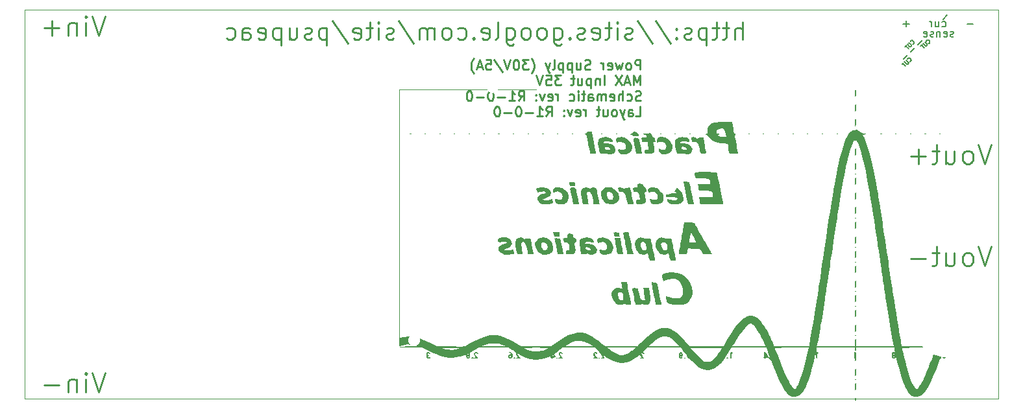
<source format=gbo>
G04 (created by PCBNEW (2013-07-07 BZR 4022)-stable) date 6/29/2014 7:37:07 PM*
%MOIN*%
G04 Gerber Fmt 3.4, Leading zero omitted, Abs format*
%FSLAX34Y34*%
G01*
G70*
G90*
G04 APERTURE LIST*
%ADD10C,0.001*%
%ADD11C,0.00787402*%
%ADD12C,0.005*%
%ADD13C,0.01*%
%ADD14C,0.00393701*%
%ADD15C,0.0001*%
%ADD16C,0.06*%
%ADD17C,0.0591*%
%ADD18C,0.25*%
%ADD19C,0.1*%
%ADD20C,0.189*%
%ADD21R,0.189X0.189*%
%ADD22R,0.055X0.055*%
%ADD23C,0.055*%
%ADD24C,0.4*%
%ADD25C,0.035*%
G04 APERTURE END LIST*
G54D10*
G54D11*
X47162Y19528D02*
X47372Y19738D01*
X45870Y18222D02*
X46080Y18432D01*
X45492Y17844D02*
X45702Y18054D01*
X45120Y17470D02*
X45330Y17680D01*
G54D12*
X46407Y18280D02*
X46421Y18280D01*
X46448Y18293D01*
X46461Y18307D01*
X46475Y18334D01*
X46475Y18361D01*
X46468Y18381D01*
X46448Y18415D01*
X46428Y18435D01*
X46394Y18455D01*
X46374Y18462D01*
X46347Y18462D01*
X46320Y18448D01*
X46306Y18435D01*
X46293Y18408D01*
X46293Y18394D01*
X46219Y18347D02*
X46333Y18233D01*
X46340Y18213D01*
X46340Y18199D01*
X46333Y18179D01*
X46306Y18152D01*
X46286Y18145D01*
X46273Y18145D01*
X46253Y18152D01*
X46138Y18266D01*
X46091Y18219D02*
X46010Y18138D01*
X46192Y18037D02*
X46051Y18179D01*
X45597Y18250D02*
X45611Y18250D01*
X45638Y18263D01*
X45651Y18277D01*
X45665Y18304D01*
X45665Y18331D01*
X45658Y18351D01*
X45638Y18385D01*
X45618Y18405D01*
X45584Y18425D01*
X45564Y18432D01*
X45537Y18432D01*
X45510Y18418D01*
X45496Y18405D01*
X45483Y18378D01*
X45483Y18364D01*
X45409Y18317D02*
X45523Y18203D01*
X45530Y18183D01*
X45530Y18169D01*
X45523Y18149D01*
X45496Y18122D01*
X45476Y18115D01*
X45463Y18115D01*
X45443Y18122D01*
X45328Y18236D01*
X45281Y18189D02*
X45200Y18108D01*
X45382Y18007D02*
X45241Y18149D01*
X45447Y17352D02*
X45461Y17352D01*
X45488Y17365D01*
X45501Y17379D01*
X45515Y17406D01*
X45515Y17433D01*
X45508Y17453D01*
X45488Y17487D01*
X45468Y17507D01*
X45434Y17527D01*
X45414Y17534D01*
X45387Y17534D01*
X45360Y17520D01*
X45346Y17507D01*
X45333Y17480D01*
X45333Y17466D01*
X45259Y17419D02*
X45373Y17305D01*
X45380Y17285D01*
X45380Y17271D01*
X45373Y17251D01*
X45346Y17224D01*
X45326Y17217D01*
X45313Y17217D01*
X45293Y17224D01*
X45178Y17338D01*
X45131Y17291D02*
X45050Y17210D01*
X45232Y17109D02*
X45091Y17251D01*
X47695Y18647D02*
X47657Y18628D01*
X47581Y18628D01*
X47543Y18647D01*
X47524Y18685D01*
X47524Y18704D01*
X47543Y18742D01*
X47581Y18761D01*
X47638Y18761D01*
X47676Y18780D01*
X47695Y18818D01*
X47695Y18837D01*
X47676Y18875D01*
X47638Y18894D01*
X47581Y18894D01*
X47543Y18875D01*
X47200Y18647D02*
X47238Y18628D01*
X47314Y18628D01*
X47352Y18647D01*
X47371Y18685D01*
X47371Y18837D01*
X47352Y18875D01*
X47314Y18894D01*
X47238Y18894D01*
X47200Y18875D01*
X47181Y18837D01*
X47181Y18799D01*
X47371Y18761D01*
X47009Y18894D02*
X47009Y18628D01*
X47009Y18856D02*
X46990Y18875D01*
X46952Y18894D01*
X46895Y18894D01*
X46857Y18875D01*
X46838Y18837D01*
X46838Y18628D01*
X46666Y18647D02*
X46628Y18628D01*
X46552Y18628D01*
X46514Y18647D01*
X46495Y18685D01*
X46495Y18704D01*
X46514Y18742D01*
X46552Y18761D01*
X46609Y18761D01*
X46647Y18780D01*
X46666Y18818D01*
X46666Y18837D01*
X46647Y18875D01*
X46609Y18894D01*
X46552Y18894D01*
X46514Y18875D01*
X46171Y18647D02*
X46209Y18628D01*
X46285Y18628D01*
X46324Y18647D01*
X46343Y18685D01*
X46343Y18837D01*
X46324Y18875D01*
X46285Y18894D01*
X46209Y18894D01*
X46171Y18875D01*
X46152Y18837D01*
X46152Y18799D01*
X46343Y18761D01*
X48692Y19292D02*
X48387Y19292D01*
X47111Y19159D02*
X47149Y19140D01*
X47225Y19140D01*
X47263Y19159D01*
X47282Y19178D01*
X47301Y19216D01*
X47301Y19330D01*
X47282Y19368D01*
X47263Y19387D01*
X47225Y19406D01*
X47149Y19406D01*
X47111Y19387D01*
X46768Y19406D02*
X46768Y19140D01*
X46940Y19406D02*
X46940Y19197D01*
X46921Y19159D01*
X46882Y19140D01*
X46825Y19140D01*
X46787Y19159D01*
X46768Y19178D01*
X46578Y19140D02*
X46578Y19406D01*
X46578Y19330D02*
X46559Y19368D01*
X46540Y19387D01*
X46501Y19406D01*
X46463Y19406D01*
X45416Y19292D02*
X45111Y19292D01*
X45263Y19140D02*
X45263Y19444D01*
G54D13*
X49642Y7845D02*
X49309Y6845D01*
X48976Y7845D01*
X48500Y6845D02*
X48595Y6892D01*
X48642Y6940D01*
X48690Y7035D01*
X48690Y7321D01*
X48642Y7416D01*
X48595Y7464D01*
X48500Y7511D01*
X48357Y7511D01*
X48261Y7464D01*
X48214Y7416D01*
X48166Y7321D01*
X48166Y7035D01*
X48214Y6940D01*
X48261Y6892D01*
X48357Y6845D01*
X48500Y6845D01*
X47309Y7511D02*
X47309Y6845D01*
X47738Y7511D02*
X47738Y6988D01*
X47690Y6892D01*
X47595Y6845D01*
X47452Y6845D01*
X47357Y6892D01*
X47309Y6940D01*
X46976Y7511D02*
X46595Y7511D01*
X46833Y7845D02*
X46833Y6988D01*
X46785Y6892D01*
X46690Y6845D01*
X46595Y6845D01*
X46261Y7226D02*
X45500Y7226D01*
X49642Y13095D02*
X49309Y12095D01*
X48976Y13095D01*
X48500Y12095D02*
X48595Y12142D01*
X48642Y12190D01*
X48690Y12285D01*
X48690Y12571D01*
X48642Y12666D01*
X48595Y12714D01*
X48500Y12761D01*
X48357Y12761D01*
X48261Y12714D01*
X48214Y12666D01*
X48166Y12571D01*
X48166Y12285D01*
X48214Y12190D01*
X48261Y12142D01*
X48357Y12095D01*
X48500Y12095D01*
X47309Y12761D02*
X47309Y12095D01*
X47738Y12761D02*
X47738Y12238D01*
X47690Y12142D01*
X47595Y12095D01*
X47452Y12095D01*
X47357Y12142D01*
X47309Y12190D01*
X46976Y12761D02*
X46595Y12761D01*
X46833Y13095D02*
X46833Y12238D01*
X46785Y12142D01*
X46690Y12095D01*
X46595Y12095D01*
X46261Y12476D02*
X45500Y12476D01*
X45880Y12095D02*
X45880Y12857D01*
X4142Y1345D02*
X3809Y345D01*
X3476Y1345D01*
X3142Y345D02*
X3142Y1011D01*
X3142Y1345D02*
X3190Y1297D01*
X3142Y1250D01*
X3095Y1297D01*
X3142Y1345D01*
X3142Y1250D01*
X2666Y1011D02*
X2666Y345D01*
X2666Y916D02*
X2619Y964D01*
X2523Y1011D01*
X2380Y1011D01*
X2285Y964D01*
X2238Y869D01*
X2238Y345D01*
X1761Y726D02*
X1000Y726D01*
X4142Y19695D02*
X3809Y18695D01*
X3476Y19695D01*
X3142Y18695D02*
X3142Y19361D01*
X3142Y19695D02*
X3190Y19647D01*
X3142Y19600D01*
X3095Y19647D01*
X3142Y19695D01*
X3142Y19600D01*
X2666Y19361D02*
X2666Y18695D01*
X2666Y19266D02*
X2619Y19314D01*
X2523Y19361D01*
X2380Y19361D01*
X2285Y19314D01*
X2238Y19219D01*
X2238Y18695D01*
X1761Y19076D02*
X1000Y19076D01*
X1380Y18695D02*
X1380Y19457D01*
X31610Y16937D02*
X31610Y17437D01*
X31420Y17437D01*
X31372Y17413D01*
X31349Y17390D01*
X31325Y17342D01*
X31325Y17270D01*
X31349Y17223D01*
X31372Y17199D01*
X31420Y17175D01*
X31610Y17175D01*
X31039Y16937D02*
X31087Y16961D01*
X31110Y16985D01*
X31134Y17032D01*
X31134Y17175D01*
X31110Y17223D01*
X31087Y17247D01*
X31039Y17270D01*
X30968Y17270D01*
X30920Y17247D01*
X30896Y17223D01*
X30872Y17175D01*
X30872Y17032D01*
X30896Y16985D01*
X30920Y16961D01*
X30968Y16937D01*
X31039Y16937D01*
X30706Y17270D02*
X30610Y16937D01*
X30515Y17175D01*
X30420Y16937D01*
X30325Y17270D01*
X29944Y16961D02*
X29991Y16937D01*
X30087Y16937D01*
X30134Y16961D01*
X30158Y17009D01*
X30158Y17199D01*
X30134Y17247D01*
X30087Y17270D01*
X29991Y17270D01*
X29944Y17247D01*
X29920Y17199D01*
X29920Y17151D01*
X30158Y17104D01*
X29706Y16937D02*
X29706Y17270D01*
X29706Y17175D02*
X29682Y17223D01*
X29658Y17247D01*
X29610Y17270D01*
X29563Y17270D01*
X29039Y16961D02*
X28968Y16937D01*
X28849Y16937D01*
X28801Y16961D01*
X28777Y16985D01*
X28753Y17032D01*
X28753Y17080D01*
X28777Y17128D01*
X28801Y17151D01*
X28849Y17175D01*
X28944Y17199D01*
X28991Y17223D01*
X29015Y17247D01*
X29039Y17294D01*
X29039Y17342D01*
X29015Y17390D01*
X28991Y17413D01*
X28944Y17437D01*
X28825Y17437D01*
X28753Y17413D01*
X28325Y17270D02*
X28325Y16937D01*
X28539Y17270D02*
X28539Y17009D01*
X28515Y16961D01*
X28468Y16937D01*
X28396Y16937D01*
X28349Y16961D01*
X28325Y16985D01*
X28087Y17270D02*
X28087Y16770D01*
X28087Y17247D02*
X28039Y17270D01*
X27944Y17270D01*
X27896Y17247D01*
X27872Y17223D01*
X27849Y17175D01*
X27849Y17032D01*
X27872Y16985D01*
X27896Y16961D01*
X27944Y16937D01*
X28039Y16937D01*
X28087Y16961D01*
X27634Y17270D02*
X27634Y16770D01*
X27634Y17247D02*
X27587Y17270D01*
X27491Y17270D01*
X27444Y17247D01*
X27420Y17223D01*
X27396Y17175D01*
X27396Y17032D01*
X27420Y16985D01*
X27444Y16961D01*
X27491Y16937D01*
X27587Y16937D01*
X27634Y16961D01*
X27110Y16937D02*
X27158Y16961D01*
X27182Y17009D01*
X27182Y17437D01*
X26968Y17270D02*
X26849Y16937D01*
X26730Y17270D02*
X26849Y16937D01*
X26896Y16818D01*
X26920Y16794D01*
X26968Y16770D01*
X26015Y16747D02*
X26039Y16770D01*
X26087Y16842D01*
X26110Y16890D01*
X26134Y16961D01*
X26158Y17080D01*
X26158Y17175D01*
X26134Y17294D01*
X26110Y17366D01*
X26087Y17413D01*
X26039Y17485D01*
X26015Y17509D01*
X25872Y17437D02*
X25563Y17437D01*
X25729Y17247D01*
X25658Y17247D01*
X25610Y17223D01*
X25587Y17199D01*
X25563Y17151D01*
X25563Y17032D01*
X25587Y16985D01*
X25610Y16961D01*
X25658Y16937D01*
X25801Y16937D01*
X25849Y16961D01*
X25872Y16985D01*
X25253Y17437D02*
X25206Y17437D01*
X25158Y17413D01*
X25134Y17390D01*
X25110Y17342D01*
X25087Y17247D01*
X25087Y17128D01*
X25110Y17032D01*
X25134Y16985D01*
X25158Y16961D01*
X25206Y16937D01*
X25253Y16937D01*
X25301Y16961D01*
X25325Y16985D01*
X25349Y17032D01*
X25372Y17128D01*
X25372Y17247D01*
X25349Y17342D01*
X25325Y17390D01*
X25301Y17413D01*
X25253Y17437D01*
X24944Y17437D02*
X24777Y16937D01*
X24610Y17437D01*
X24087Y17461D02*
X24515Y16818D01*
X23682Y17437D02*
X23920Y17437D01*
X23944Y17199D01*
X23920Y17223D01*
X23872Y17247D01*
X23753Y17247D01*
X23706Y17223D01*
X23682Y17199D01*
X23658Y17151D01*
X23658Y17032D01*
X23682Y16985D01*
X23706Y16961D01*
X23753Y16937D01*
X23872Y16937D01*
X23920Y16961D01*
X23944Y16985D01*
X23468Y17080D02*
X23229Y17080D01*
X23515Y16937D02*
X23349Y17437D01*
X23182Y16937D01*
X23063Y16747D02*
X23039Y16770D01*
X22991Y16842D01*
X22968Y16890D01*
X22944Y16961D01*
X22920Y17080D01*
X22920Y17175D01*
X22944Y17294D01*
X22968Y17366D01*
X22991Y17413D01*
X23039Y17485D01*
X23063Y17509D01*
X31610Y16137D02*
X31610Y16637D01*
X31444Y16280D01*
X31277Y16637D01*
X31277Y16137D01*
X31063Y16280D02*
X30825Y16280D01*
X31110Y16137D02*
X30944Y16637D01*
X30777Y16137D01*
X30658Y16637D02*
X30325Y16137D01*
X30325Y16637D02*
X30658Y16137D01*
X29753Y16137D02*
X29753Y16637D01*
X29515Y16470D02*
X29515Y16137D01*
X29515Y16423D02*
X29491Y16447D01*
X29444Y16470D01*
X29372Y16470D01*
X29325Y16447D01*
X29301Y16399D01*
X29301Y16137D01*
X29063Y16470D02*
X29063Y15970D01*
X29063Y16447D02*
X29015Y16470D01*
X28920Y16470D01*
X28872Y16447D01*
X28849Y16423D01*
X28825Y16375D01*
X28825Y16232D01*
X28849Y16185D01*
X28872Y16161D01*
X28920Y16137D01*
X29015Y16137D01*
X29063Y16161D01*
X28396Y16470D02*
X28396Y16137D01*
X28610Y16470D02*
X28610Y16209D01*
X28587Y16161D01*
X28539Y16137D01*
X28468Y16137D01*
X28420Y16161D01*
X28396Y16185D01*
X28229Y16470D02*
X28039Y16470D01*
X28158Y16637D02*
X28158Y16209D01*
X28134Y16161D01*
X28087Y16137D01*
X28039Y16137D01*
X27539Y16637D02*
X27229Y16637D01*
X27396Y16447D01*
X27325Y16447D01*
X27277Y16423D01*
X27253Y16399D01*
X27229Y16351D01*
X27229Y16232D01*
X27253Y16185D01*
X27277Y16161D01*
X27325Y16137D01*
X27468Y16137D01*
X27515Y16161D01*
X27539Y16185D01*
X26777Y16637D02*
X27015Y16637D01*
X27039Y16399D01*
X27015Y16423D01*
X26968Y16447D01*
X26849Y16447D01*
X26801Y16423D01*
X26777Y16399D01*
X26753Y16351D01*
X26753Y16232D01*
X26777Y16185D01*
X26801Y16161D01*
X26849Y16137D01*
X26968Y16137D01*
X27015Y16161D01*
X27039Y16185D01*
X26610Y16637D02*
X26444Y16137D01*
X26277Y16637D01*
X31634Y15361D02*
X31563Y15337D01*
X31444Y15337D01*
X31396Y15361D01*
X31372Y15385D01*
X31349Y15432D01*
X31349Y15480D01*
X31372Y15528D01*
X31396Y15551D01*
X31444Y15575D01*
X31539Y15599D01*
X31587Y15623D01*
X31610Y15647D01*
X31634Y15694D01*
X31634Y15742D01*
X31610Y15790D01*
X31587Y15813D01*
X31539Y15837D01*
X31420Y15837D01*
X31349Y15813D01*
X30920Y15361D02*
X30968Y15337D01*
X31063Y15337D01*
X31110Y15361D01*
X31134Y15385D01*
X31158Y15432D01*
X31158Y15575D01*
X31134Y15623D01*
X31110Y15647D01*
X31063Y15670D01*
X30968Y15670D01*
X30920Y15647D01*
X30706Y15337D02*
X30706Y15837D01*
X30491Y15337D02*
X30491Y15599D01*
X30515Y15647D01*
X30563Y15670D01*
X30634Y15670D01*
X30682Y15647D01*
X30706Y15623D01*
X30063Y15361D02*
X30110Y15337D01*
X30206Y15337D01*
X30253Y15361D01*
X30277Y15409D01*
X30277Y15599D01*
X30253Y15647D01*
X30206Y15670D01*
X30110Y15670D01*
X30063Y15647D01*
X30039Y15599D01*
X30039Y15551D01*
X30277Y15504D01*
X29825Y15337D02*
X29825Y15670D01*
X29825Y15623D02*
X29801Y15647D01*
X29753Y15670D01*
X29682Y15670D01*
X29634Y15647D01*
X29610Y15599D01*
X29610Y15337D01*
X29610Y15599D02*
X29587Y15647D01*
X29539Y15670D01*
X29468Y15670D01*
X29420Y15647D01*
X29396Y15599D01*
X29396Y15337D01*
X28944Y15337D02*
X28944Y15599D01*
X28968Y15647D01*
X29015Y15670D01*
X29110Y15670D01*
X29158Y15647D01*
X28944Y15361D02*
X28991Y15337D01*
X29110Y15337D01*
X29158Y15361D01*
X29182Y15409D01*
X29182Y15456D01*
X29158Y15504D01*
X29110Y15528D01*
X28991Y15528D01*
X28944Y15551D01*
X28777Y15670D02*
X28587Y15670D01*
X28706Y15837D02*
X28706Y15409D01*
X28682Y15361D01*
X28634Y15337D01*
X28587Y15337D01*
X28420Y15337D02*
X28420Y15670D01*
X28420Y15837D02*
X28444Y15813D01*
X28420Y15790D01*
X28396Y15813D01*
X28420Y15837D01*
X28420Y15790D01*
X27968Y15361D02*
X28015Y15337D01*
X28110Y15337D01*
X28158Y15361D01*
X28182Y15385D01*
X28206Y15432D01*
X28206Y15575D01*
X28182Y15623D01*
X28158Y15647D01*
X28110Y15670D01*
X28015Y15670D01*
X27968Y15647D01*
X27372Y15337D02*
X27372Y15670D01*
X27372Y15575D02*
X27349Y15623D01*
X27325Y15647D01*
X27277Y15670D01*
X27230Y15670D01*
X26872Y15361D02*
X26920Y15337D01*
X27015Y15337D01*
X27063Y15361D01*
X27087Y15409D01*
X27087Y15599D01*
X27063Y15647D01*
X27015Y15670D01*
X26920Y15670D01*
X26872Y15647D01*
X26849Y15599D01*
X26849Y15551D01*
X27087Y15504D01*
X26682Y15670D02*
X26563Y15337D01*
X26444Y15670D01*
X26253Y15385D02*
X26230Y15361D01*
X26253Y15337D01*
X26277Y15361D01*
X26253Y15385D01*
X26253Y15337D01*
X26253Y15647D02*
X26230Y15623D01*
X26253Y15599D01*
X26277Y15623D01*
X26253Y15647D01*
X26253Y15599D01*
X25349Y15337D02*
X25515Y15575D01*
X25634Y15337D02*
X25634Y15837D01*
X25444Y15837D01*
X25396Y15813D01*
X25372Y15790D01*
X25349Y15742D01*
X25349Y15670D01*
X25372Y15623D01*
X25396Y15599D01*
X25444Y15575D01*
X25634Y15575D01*
X24872Y15337D02*
X25158Y15337D01*
X25015Y15337D02*
X25015Y15837D01*
X25063Y15766D01*
X25110Y15718D01*
X25158Y15694D01*
X24658Y15528D02*
X24277Y15528D01*
X23944Y15837D02*
X23896Y15837D01*
X23849Y15813D01*
X23825Y15790D01*
X23801Y15742D01*
X23777Y15647D01*
X23777Y15528D01*
X23801Y15432D01*
X23825Y15385D01*
X23849Y15361D01*
X23896Y15337D01*
X23944Y15337D01*
X23991Y15361D01*
X24015Y15385D01*
X24039Y15432D01*
X24063Y15528D01*
X24063Y15647D01*
X24039Y15742D01*
X24015Y15790D01*
X23991Y15813D01*
X23944Y15837D01*
X23563Y15528D02*
X23182Y15528D01*
X22849Y15837D02*
X22801Y15837D01*
X22753Y15813D01*
X22730Y15790D01*
X22706Y15742D01*
X22682Y15647D01*
X22682Y15528D01*
X22706Y15432D01*
X22730Y15385D01*
X22753Y15361D01*
X22801Y15337D01*
X22849Y15337D01*
X22896Y15361D01*
X22920Y15385D01*
X22944Y15432D01*
X22968Y15528D01*
X22968Y15647D01*
X22944Y15742D01*
X22920Y15790D01*
X22896Y15813D01*
X22849Y15837D01*
X31372Y14537D02*
X31610Y14537D01*
X31610Y15037D01*
X30991Y14537D02*
X30991Y14799D01*
X31015Y14847D01*
X31063Y14870D01*
X31158Y14870D01*
X31206Y14847D01*
X30991Y14561D02*
X31039Y14537D01*
X31158Y14537D01*
X31206Y14561D01*
X31230Y14609D01*
X31230Y14656D01*
X31206Y14704D01*
X31158Y14728D01*
X31039Y14728D01*
X30991Y14751D01*
X30801Y14870D02*
X30682Y14537D01*
X30563Y14870D02*
X30682Y14537D01*
X30730Y14418D01*
X30753Y14394D01*
X30801Y14370D01*
X30301Y14537D02*
X30349Y14561D01*
X30372Y14585D01*
X30396Y14632D01*
X30396Y14775D01*
X30372Y14823D01*
X30349Y14847D01*
X30301Y14870D01*
X30230Y14870D01*
X30182Y14847D01*
X30158Y14823D01*
X30134Y14775D01*
X30134Y14632D01*
X30158Y14585D01*
X30182Y14561D01*
X30230Y14537D01*
X30301Y14537D01*
X29706Y14870D02*
X29706Y14537D01*
X29920Y14870D02*
X29920Y14609D01*
X29896Y14561D01*
X29849Y14537D01*
X29777Y14537D01*
X29730Y14561D01*
X29706Y14585D01*
X29539Y14870D02*
X29349Y14870D01*
X29468Y15037D02*
X29468Y14609D01*
X29444Y14561D01*
X29396Y14537D01*
X29349Y14537D01*
X28801Y14537D02*
X28801Y14870D01*
X28801Y14775D02*
X28777Y14823D01*
X28753Y14847D01*
X28706Y14870D01*
X28658Y14870D01*
X28301Y14561D02*
X28349Y14537D01*
X28444Y14537D01*
X28491Y14561D01*
X28515Y14609D01*
X28515Y14799D01*
X28491Y14847D01*
X28444Y14870D01*
X28349Y14870D01*
X28301Y14847D01*
X28277Y14799D01*
X28277Y14751D01*
X28515Y14704D01*
X28110Y14870D02*
X27991Y14537D01*
X27872Y14870D01*
X27682Y14585D02*
X27658Y14561D01*
X27682Y14537D01*
X27706Y14561D01*
X27682Y14585D01*
X27682Y14537D01*
X27682Y14847D02*
X27658Y14823D01*
X27682Y14799D01*
X27706Y14823D01*
X27682Y14847D01*
X27682Y14799D01*
X26777Y14537D02*
X26944Y14775D01*
X27063Y14537D02*
X27063Y15037D01*
X26872Y15037D01*
X26825Y15013D01*
X26801Y14990D01*
X26777Y14942D01*
X26777Y14870D01*
X26801Y14823D01*
X26825Y14799D01*
X26872Y14775D01*
X27063Y14775D01*
X26301Y14537D02*
X26587Y14537D01*
X26444Y14537D02*
X26444Y15037D01*
X26491Y14966D01*
X26539Y14918D01*
X26587Y14894D01*
X26087Y14728D02*
X25706Y14728D01*
X25372Y15037D02*
X25325Y15037D01*
X25277Y15013D01*
X25253Y14990D01*
X25230Y14942D01*
X25206Y14847D01*
X25206Y14728D01*
X25230Y14632D01*
X25253Y14585D01*
X25277Y14561D01*
X25325Y14537D01*
X25372Y14537D01*
X25420Y14561D01*
X25444Y14585D01*
X25468Y14632D01*
X25491Y14728D01*
X25491Y14847D01*
X25468Y14942D01*
X25444Y14990D01*
X25420Y15013D01*
X25372Y15037D01*
X24991Y14728D02*
X24610Y14728D01*
X24277Y15037D02*
X24230Y15037D01*
X24182Y15013D01*
X24158Y14990D01*
X24134Y14942D01*
X24110Y14847D01*
X24110Y14728D01*
X24134Y14632D01*
X24158Y14585D01*
X24182Y14561D01*
X24230Y14537D01*
X24277Y14537D01*
X24325Y14561D01*
X24349Y14585D01*
X24372Y14632D01*
X24396Y14728D01*
X24396Y14847D01*
X24372Y14942D01*
X24349Y14990D01*
X24325Y15013D01*
X24277Y15037D01*
X36851Y18495D02*
X36851Y19395D01*
X36465Y18495D02*
X36465Y18967D01*
X36508Y19052D01*
X36594Y19095D01*
X36722Y19095D01*
X36808Y19052D01*
X36851Y19010D01*
X36165Y19095D02*
X35822Y19095D01*
X36037Y19395D02*
X36037Y18624D01*
X35994Y18538D01*
X35908Y18495D01*
X35822Y18495D01*
X35651Y19095D02*
X35308Y19095D01*
X35522Y19395D02*
X35522Y18624D01*
X35480Y18538D01*
X35394Y18495D01*
X35308Y18495D01*
X35008Y19095D02*
X35008Y18195D01*
X35008Y19052D02*
X34922Y19095D01*
X34751Y19095D01*
X34665Y19052D01*
X34622Y19010D01*
X34580Y18924D01*
X34580Y18667D01*
X34622Y18581D01*
X34665Y18538D01*
X34751Y18495D01*
X34922Y18495D01*
X35008Y18538D01*
X34237Y18538D02*
X34151Y18495D01*
X33980Y18495D01*
X33894Y18538D01*
X33851Y18624D01*
X33851Y18667D01*
X33894Y18752D01*
X33980Y18795D01*
X34108Y18795D01*
X34194Y18838D01*
X34237Y18924D01*
X34237Y18967D01*
X34194Y19052D01*
X34108Y19095D01*
X33980Y19095D01*
X33894Y19052D01*
X33465Y18581D02*
X33422Y18538D01*
X33465Y18495D01*
X33508Y18538D01*
X33465Y18581D01*
X33465Y18495D01*
X33465Y19052D02*
X33422Y19010D01*
X33465Y18967D01*
X33508Y19010D01*
X33465Y19052D01*
X33465Y18967D01*
X32394Y19438D02*
X33165Y18281D01*
X31451Y19438D02*
X32222Y18281D01*
X31194Y18538D02*
X31108Y18495D01*
X30937Y18495D01*
X30851Y18538D01*
X30808Y18624D01*
X30808Y18667D01*
X30851Y18752D01*
X30937Y18795D01*
X31065Y18795D01*
X31151Y18838D01*
X31194Y18924D01*
X31194Y18967D01*
X31151Y19052D01*
X31065Y19095D01*
X30937Y19095D01*
X30851Y19052D01*
X30422Y18495D02*
X30422Y19095D01*
X30422Y19395D02*
X30465Y19352D01*
X30422Y19310D01*
X30380Y19352D01*
X30422Y19395D01*
X30422Y19310D01*
X30122Y19095D02*
X29780Y19095D01*
X29994Y19395D02*
X29994Y18624D01*
X29951Y18538D01*
X29865Y18495D01*
X29780Y18495D01*
X29137Y18538D02*
X29222Y18495D01*
X29394Y18495D01*
X29480Y18538D01*
X29522Y18624D01*
X29522Y18967D01*
X29480Y19052D01*
X29394Y19095D01*
X29222Y19095D01*
X29137Y19052D01*
X29094Y18967D01*
X29094Y18881D01*
X29522Y18795D01*
X28751Y18538D02*
X28665Y18495D01*
X28494Y18495D01*
X28408Y18538D01*
X28365Y18624D01*
X28365Y18667D01*
X28408Y18752D01*
X28494Y18795D01*
X28622Y18795D01*
X28708Y18838D01*
X28751Y18924D01*
X28751Y18967D01*
X28708Y19052D01*
X28622Y19095D01*
X28494Y19095D01*
X28408Y19052D01*
X27980Y18581D02*
X27937Y18538D01*
X27980Y18495D01*
X28022Y18538D01*
X27980Y18581D01*
X27980Y18495D01*
X27165Y19095D02*
X27165Y18367D01*
X27208Y18281D01*
X27251Y18238D01*
X27337Y18195D01*
X27465Y18195D01*
X27551Y18238D01*
X27165Y18538D02*
X27251Y18495D01*
X27422Y18495D01*
X27508Y18538D01*
X27551Y18581D01*
X27594Y18667D01*
X27594Y18924D01*
X27551Y19010D01*
X27508Y19052D01*
X27422Y19095D01*
X27251Y19095D01*
X27165Y19052D01*
X26608Y18495D02*
X26694Y18538D01*
X26737Y18581D01*
X26780Y18667D01*
X26780Y18924D01*
X26737Y19010D01*
X26694Y19052D01*
X26608Y19095D01*
X26480Y19095D01*
X26394Y19052D01*
X26351Y19010D01*
X26308Y18924D01*
X26308Y18667D01*
X26351Y18581D01*
X26394Y18538D01*
X26480Y18495D01*
X26608Y18495D01*
X25794Y18495D02*
X25880Y18538D01*
X25922Y18581D01*
X25965Y18667D01*
X25965Y18924D01*
X25922Y19010D01*
X25880Y19052D01*
X25794Y19095D01*
X25665Y19095D01*
X25580Y19052D01*
X25537Y19010D01*
X25494Y18924D01*
X25494Y18667D01*
X25537Y18581D01*
X25580Y18538D01*
X25665Y18495D01*
X25794Y18495D01*
X24722Y19095D02*
X24722Y18367D01*
X24765Y18281D01*
X24808Y18238D01*
X24894Y18195D01*
X25022Y18195D01*
X25108Y18238D01*
X24722Y18538D02*
X24808Y18495D01*
X24980Y18495D01*
X25065Y18538D01*
X25108Y18581D01*
X25151Y18667D01*
X25151Y18924D01*
X25108Y19010D01*
X25065Y19052D01*
X24980Y19095D01*
X24808Y19095D01*
X24722Y19052D01*
X24165Y18495D02*
X24251Y18538D01*
X24294Y18624D01*
X24294Y19395D01*
X23480Y18538D02*
X23565Y18495D01*
X23737Y18495D01*
X23822Y18538D01*
X23865Y18624D01*
X23865Y18967D01*
X23822Y19052D01*
X23737Y19095D01*
X23565Y19095D01*
X23480Y19052D01*
X23437Y18967D01*
X23437Y18881D01*
X23865Y18795D01*
X23051Y18581D02*
X23008Y18538D01*
X23051Y18495D01*
X23094Y18538D01*
X23051Y18581D01*
X23051Y18495D01*
X22237Y18538D02*
X22322Y18495D01*
X22494Y18495D01*
X22580Y18538D01*
X22622Y18581D01*
X22665Y18667D01*
X22665Y18924D01*
X22622Y19010D01*
X22580Y19052D01*
X22494Y19095D01*
X22322Y19095D01*
X22237Y19052D01*
X21722Y18495D02*
X21808Y18538D01*
X21851Y18581D01*
X21894Y18667D01*
X21894Y18924D01*
X21851Y19010D01*
X21808Y19052D01*
X21722Y19095D01*
X21594Y19095D01*
X21508Y19052D01*
X21465Y19010D01*
X21422Y18924D01*
X21422Y18667D01*
X21465Y18581D01*
X21508Y18538D01*
X21594Y18495D01*
X21722Y18495D01*
X21037Y18495D02*
X21037Y19095D01*
X21037Y19010D02*
X20994Y19052D01*
X20908Y19095D01*
X20779Y19095D01*
X20694Y19052D01*
X20651Y18967D01*
X20651Y18495D01*
X20651Y18967D02*
X20608Y19052D01*
X20522Y19095D01*
X20394Y19095D01*
X20308Y19052D01*
X20265Y18967D01*
X20265Y18495D01*
X19194Y19438D02*
X19965Y18281D01*
X18937Y18538D02*
X18851Y18495D01*
X18680Y18495D01*
X18594Y18538D01*
X18551Y18624D01*
X18551Y18667D01*
X18594Y18752D01*
X18680Y18795D01*
X18808Y18795D01*
X18894Y18838D01*
X18937Y18924D01*
X18937Y18967D01*
X18894Y19052D01*
X18808Y19095D01*
X18680Y19095D01*
X18594Y19052D01*
X18165Y18495D02*
X18165Y19095D01*
X18165Y19395D02*
X18208Y19352D01*
X18165Y19310D01*
X18122Y19352D01*
X18165Y19395D01*
X18165Y19310D01*
X17865Y19095D02*
X17522Y19095D01*
X17737Y19395D02*
X17737Y18624D01*
X17694Y18538D01*
X17608Y18495D01*
X17522Y18495D01*
X16880Y18538D02*
X16965Y18495D01*
X17137Y18495D01*
X17222Y18538D01*
X17265Y18624D01*
X17265Y18967D01*
X17222Y19052D01*
X17137Y19095D01*
X16965Y19095D01*
X16880Y19052D01*
X16837Y18967D01*
X16837Y18881D01*
X17265Y18795D01*
X15808Y19438D02*
X16580Y18281D01*
X15508Y19095D02*
X15508Y18195D01*
X15508Y19052D02*
X15422Y19095D01*
X15251Y19095D01*
X15165Y19052D01*
X15122Y19010D01*
X15080Y18924D01*
X15080Y18667D01*
X15122Y18581D01*
X15165Y18538D01*
X15251Y18495D01*
X15422Y18495D01*
X15508Y18538D01*
X14737Y18538D02*
X14651Y18495D01*
X14480Y18495D01*
X14394Y18538D01*
X14351Y18624D01*
X14351Y18667D01*
X14394Y18752D01*
X14480Y18795D01*
X14608Y18795D01*
X14694Y18838D01*
X14737Y18924D01*
X14737Y18967D01*
X14694Y19052D01*
X14608Y19095D01*
X14480Y19095D01*
X14394Y19052D01*
X13580Y19095D02*
X13580Y18495D01*
X13965Y19095D02*
X13965Y18624D01*
X13922Y18538D01*
X13837Y18495D01*
X13708Y18495D01*
X13622Y18538D01*
X13580Y18581D01*
X13151Y19095D02*
X13151Y18195D01*
X13151Y19052D02*
X13065Y19095D01*
X12894Y19095D01*
X12808Y19052D01*
X12765Y19010D01*
X12722Y18924D01*
X12722Y18667D01*
X12765Y18581D01*
X12808Y18538D01*
X12894Y18495D01*
X13065Y18495D01*
X13151Y18538D01*
X11994Y18538D02*
X12079Y18495D01*
X12251Y18495D01*
X12337Y18538D01*
X12379Y18624D01*
X12379Y18967D01*
X12337Y19052D01*
X12251Y19095D01*
X12079Y19095D01*
X11994Y19052D01*
X11951Y18967D01*
X11951Y18881D01*
X12379Y18795D01*
X11179Y18495D02*
X11179Y18967D01*
X11222Y19052D01*
X11308Y19095D01*
X11479Y19095D01*
X11565Y19052D01*
X11179Y18538D02*
X11265Y18495D01*
X11479Y18495D01*
X11565Y18538D01*
X11608Y18624D01*
X11608Y18710D01*
X11565Y18795D01*
X11479Y18838D01*
X11265Y18838D01*
X11179Y18881D01*
X10365Y18538D02*
X10451Y18495D01*
X10622Y18495D01*
X10708Y18538D01*
X10751Y18581D01*
X10794Y18667D01*
X10794Y18924D01*
X10751Y19010D01*
X10708Y19052D01*
X10622Y19095D01*
X10451Y19095D01*
X10365Y19052D01*
G54D14*
X0Y0D02*
X0Y20000D01*
X50000Y0D02*
X0Y0D01*
X50000Y20000D02*
X50000Y0D01*
X0Y20000D02*
X50000Y20000D01*
G54D15*
G36*
X47663Y2667D02*
X47632Y2650D01*
X47552Y2638D01*
X47452Y2634D01*
X47335Y2632D01*
X47267Y2621D01*
X47228Y2594D01*
X47200Y2546D01*
X47199Y2543D01*
X47176Y2471D01*
X47194Y2440D01*
X47277Y2381D01*
X47324Y2283D01*
X47330Y2236D01*
X47308Y2143D01*
X47256Y2086D01*
X47230Y2081D01*
X47230Y2250D01*
X47221Y2328D01*
X47201Y2366D01*
X47196Y2367D01*
X47174Y2338D01*
X47163Y2266D01*
X47163Y2250D01*
X47171Y2173D01*
X47192Y2135D01*
X47196Y2134D01*
X47218Y2163D01*
X47229Y2235D01*
X47230Y2250D01*
X47230Y2081D01*
X47190Y2071D01*
X47129Y2101D01*
X47093Y2167D01*
X47069Y2250D01*
X47066Y2159D01*
X47055Y2092D01*
X47036Y2067D01*
X47009Y2039D01*
X46975Y1968D01*
X46965Y1942D01*
X46820Y1552D01*
X46787Y1472D01*
X46787Y2592D01*
X46778Y2605D01*
X46738Y2615D01*
X46659Y2623D01*
X46535Y2628D01*
X46362Y2632D01*
X46131Y2634D01*
X45933Y2634D01*
X45700Y2633D01*
X45491Y2631D01*
X45313Y2628D01*
X45177Y2624D01*
X45091Y2620D01*
X45063Y2615D01*
X45066Y2591D01*
X45077Y2537D01*
X45098Y2445D01*
X45130Y2307D01*
X45174Y2118D01*
X45213Y1955D01*
X45266Y1747D01*
X45330Y1519D01*
X45401Y1287D01*
X45472Y1071D01*
X45537Y890D01*
X45573Y800D01*
X45627Y697D01*
X45690Y601D01*
X45752Y529D01*
X45797Y501D01*
X45798Y500D01*
X45834Y525D01*
X45891Y589D01*
X45930Y640D01*
X46016Y775D01*
X46116Y961D01*
X46223Y1185D01*
X46332Y1434D01*
X46415Y1639D01*
X46478Y1800D01*
X46546Y1975D01*
X46614Y2151D01*
X46678Y2313D01*
X46731Y2451D01*
X46770Y2549D01*
X46787Y2592D01*
X46787Y1472D01*
X46675Y1199D01*
X46533Y888D01*
X46395Y626D01*
X46266Y419D01*
X46165Y289D01*
X46022Y170D01*
X45868Y107D01*
X45713Y104D01*
X45567Y160D01*
X45524Y192D01*
X45435Y269D01*
X45372Y337D01*
X45317Y419D01*
X45257Y534D01*
X45233Y584D01*
X45158Y756D01*
X45077Y974D01*
X44994Y1220D01*
X44916Y1473D01*
X44849Y1715D01*
X44798Y1927D01*
X44779Y2031D01*
X44761Y2117D01*
X44744Y2144D01*
X44730Y2130D01*
X44730Y2250D01*
X44713Y2267D01*
X44696Y2250D01*
X44713Y2234D01*
X44730Y2250D01*
X44730Y2130D01*
X44724Y2123D01*
X44665Y2075D01*
X44663Y2075D01*
X44663Y2167D01*
X44663Y2317D01*
X44645Y2362D01*
X44630Y2367D01*
X44600Y2340D01*
X44596Y2317D01*
X44614Y2273D01*
X44630Y2267D01*
X44659Y2294D01*
X44663Y2317D01*
X44663Y2167D01*
X44637Y2200D01*
X44630Y2200D01*
X44597Y2175D01*
X44596Y2167D01*
X44622Y2135D01*
X44630Y2134D01*
X44662Y2159D01*
X44663Y2167D01*
X44663Y2075D01*
X44589Y2074D01*
X44538Y2109D01*
X44519Y2171D01*
X44520Y2261D01*
X44538Y2351D01*
X44569Y2413D01*
X44584Y2423D01*
X44646Y2420D01*
X44688Y2398D01*
X44727Y2371D01*
X44717Y2386D01*
X44704Y2400D01*
X44673Y2468D01*
X44663Y2541D01*
X44663Y2634D01*
X44637Y2634D01*
X44637Y2700D01*
X44618Y2775D01*
X44608Y2821D01*
X44593Y2896D01*
X44572Y3008D01*
X44544Y3164D01*
X44506Y3371D01*
X44463Y3617D01*
X44442Y3738D01*
X44422Y3848D01*
X44416Y3884D01*
X44404Y3955D01*
X44383Y4081D01*
X44356Y4248D01*
X44325Y4444D01*
X44291Y4658D01*
X44257Y4877D01*
X44230Y5050D01*
X44208Y5191D01*
X44183Y5358D01*
X44162Y5500D01*
X44138Y5659D01*
X44114Y5826D01*
X44095Y5950D01*
X44074Y6091D01*
X44049Y6258D01*
X44028Y6400D01*
X44005Y6559D01*
X43980Y6726D01*
X43962Y6850D01*
X43920Y7130D01*
X43884Y7372D01*
X43850Y7608D01*
X43812Y7866D01*
X43795Y7984D01*
X43753Y8274D01*
X43707Y8580D01*
X43661Y8889D01*
X43615Y9193D01*
X43571Y9481D01*
X43530Y9744D01*
X43495Y9972D01*
X43465Y10154D01*
X43444Y10280D01*
X43443Y10284D01*
X43431Y10357D01*
X43410Y10478D01*
X43384Y10628D01*
X43363Y10750D01*
X43273Y11254D01*
X43183Y11713D01*
X43094Y12125D01*
X43006Y12484D01*
X42920Y12788D01*
X42838Y13032D01*
X42780Y13172D01*
X42736Y13259D01*
X42706Y13308D01*
X42696Y13309D01*
X42680Y13270D01*
X42648Y13276D01*
X42628Y13321D01*
X42628Y13325D01*
X42618Y13352D01*
X42592Y13319D01*
X42551Y13231D01*
X42498Y13092D01*
X42436Y12907D01*
X42433Y12900D01*
X42377Y12722D01*
X42325Y12542D01*
X42275Y12356D01*
X42226Y12154D01*
X42177Y11931D01*
X42125Y11679D01*
X42069Y11390D01*
X42009Y11057D01*
X41941Y10673D01*
X41865Y10232D01*
X41860Y10200D01*
X41825Y9993D01*
X41792Y9790D01*
X41763Y9610D01*
X41741Y9468D01*
X41731Y9400D01*
X41714Y9283D01*
X41690Y9121D01*
X41662Y8934D01*
X41633Y8745D01*
X41632Y8734D01*
X41604Y8552D01*
X41570Y8326D01*
X41531Y8069D01*
X41491Y7796D01*
X41450Y7520D01*
X41412Y7255D01*
X41377Y7016D01*
X41348Y6817D01*
X41330Y6684D01*
X41302Y6486D01*
X41270Y6261D01*
X41236Y6031D01*
X41204Y5814D01*
X41176Y5631D01*
X41161Y5534D01*
X41136Y5378D01*
X41110Y5211D01*
X41096Y5117D01*
X41058Y4877D01*
X41020Y4634D01*
X40983Y4400D01*
X40949Y4189D01*
X40920Y4014D01*
X40899Y3888D01*
X40895Y3867D01*
X40877Y3765D01*
X40850Y3615D01*
X40818Y3438D01*
X40785Y3252D01*
X40780Y3223D01*
X40749Y3055D01*
X40720Y2909D01*
X40697Y2799D01*
X40681Y2739D01*
X40678Y2732D01*
X40705Y2723D01*
X40793Y2715D01*
X40939Y2709D01*
X41137Y2704D01*
X41383Y2701D01*
X41644Y2700D01*
X42630Y2700D01*
X42630Y2900D01*
X42635Y3007D01*
X42648Y3079D01*
X42663Y3100D01*
X42681Y3070D01*
X42693Y2991D01*
X42696Y2900D01*
X42696Y2700D01*
X43666Y2700D01*
X44637Y2700D01*
X44637Y2634D01*
X43680Y2634D01*
X42696Y2634D01*
X42696Y2550D01*
X42685Y2488D01*
X42663Y2467D01*
X42638Y2496D01*
X42630Y2550D01*
X42630Y2634D01*
X41650Y2634D01*
X40671Y2634D01*
X40653Y2542D01*
X40647Y2473D01*
X40657Y2442D01*
X40701Y2417D01*
X40730Y2397D01*
X40760Y2364D01*
X40738Y2345D01*
X40711Y2303D01*
X40697Y2221D01*
X40696Y2198D01*
X40689Y2104D01*
X40670Y2069D01*
X40649Y2090D01*
X40632Y2161D01*
X40626Y2242D01*
X40621Y2326D01*
X40614Y2362D01*
X40608Y2350D01*
X40565Y2153D01*
X40514Y1936D01*
X40458Y1711D01*
X40401Y1492D01*
X40347Y1291D01*
X40297Y1119D01*
X40258Y996D01*
X40258Y2634D01*
X39394Y2634D01*
X39162Y2633D01*
X38953Y2630D01*
X38777Y2626D01*
X38642Y2620D01*
X38556Y2613D01*
X38530Y2607D01*
X38541Y2567D01*
X38574Y2478D01*
X38622Y2353D01*
X38682Y2203D01*
X38693Y2175D01*
X38759Y2010D01*
X38819Y1856D01*
X38867Y1730D01*
X38897Y1647D01*
X38898Y1644D01*
X38957Y1482D01*
X39033Y1305D01*
X39120Y1123D01*
X39213Y947D01*
X39304Y787D01*
X39390Y653D01*
X39464Y555D01*
X39520Y505D01*
X39535Y500D01*
X39568Y526D01*
X39619Y591D01*
X39642Y625D01*
X39713Y757D01*
X39791Y940D01*
X39872Y1163D01*
X39953Y1412D01*
X40028Y1674D01*
X40094Y1936D01*
X40127Y2084D01*
X40159Y2238D01*
X40191Y2379D01*
X40216Y2487D01*
X40227Y2525D01*
X40258Y2634D01*
X40258Y996D01*
X40256Y989D01*
X40229Y917D01*
X40200Y852D01*
X40155Y750D01*
X40113Y652D01*
X39991Y417D01*
X39855Y247D01*
X39705Y142D01*
X39542Y101D01*
X39521Y101D01*
X39393Y122D01*
X39267Y189D01*
X39141Y304D01*
X39012Y470D01*
X38880Y690D01*
X38741Y967D01*
X38595Y1303D01*
X38439Y1701D01*
X38410Y1780D01*
X38349Y1929D01*
X38294Y2024D01*
X38255Y2059D01*
X38205Y2086D01*
X38196Y2104D01*
X38170Y2129D01*
X38111Y2133D01*
X38056Y2121D01*
X38056Y2251D01*
X38052Y2256D01*
X38032Y2251D01*
X38030Y2234D01*
X38042Y2206D01*
X38052Y2212D01*
X38056Y2251D01*
X38056Y2121D01*
X38050Y2119D01*
X38018Y2092D01*
X37993Y2076D01*
X37963Y2102D01*
X37944Y2151D01*
X37947Y2195D01*
X37959Y2260D01*
X37963Y2337D01*
X37972Y2411D01*
X38001Y2426D01*
X38051Y2381D01*
X38118Y2284D01*
X38176Y2200D01*
X38223Y2145D01*
X38241Y2134D01*
X38259Y2155D01*
X38257Y2160D01*
X38241Y2203D01*
X38209Y2290D01*
X38168Y2403D01*
X38165Y2410D01*
X38084Y2634D01*
X38037Y2634D01*
X38037Y2737D01*
X38034Y2753D01*
X38031Y2759D01*
X38001Y2818D01*
X37955Y2917D01*
X37903Y3035D01*
X37901Y3037D01*
X37842Y3159D01*
X37762Y3303D01*
X37671Y3454D01*
X37578Y3597D01*
X37494Y3718D01*
X37426Y3802D01*
X37402Y3825D01*
X37334Y3864D01*
X37262Y3869D01*
X37182Y3839D01*
X37090Y3769D01*
X36983Y3655D01*
X36856Y3495D01*
X36708Y3284D01*
X36533Y3020D01*
X36451Y2892D01*
X36329Y2700D01*
X37196Y2700D01*
X37459Y2701D01*
X37662Y2702D01*
X37813Y2704D01*
X37918Y2708D01*
X37986Y2715D01*
X38023Y2724D01*
X38037Y2737D01*
X38037Y2634D01*
X37195Y2634D01*
X36305Y2634D01*
X36063Y2268D01*
X35886Y2014D01*
X35789Y1896D01*
X35789Y2611D01*
X35788Y2620D01*
X35752Y2624D01*
X35658Y2627D01*
X35517Y2628D01*
X35337Y2629D01*
X35128Y2628D01*
X34976Y2626D01*
X34180Y2617D01*
X34531Y2259D01*
X34883Y1900D01*
X35049Y1900D01*
X35170Y1910D01*
X35264Y1948D01*
X35333Y1998D01*
X35393Y2058D01*
X35471Y2148D01*
X35557Y2257D01*
X35640Y2370D01*
X35713Y2475D01*
X35766Y2560D01*
X35789Y2611D01*
X35789Y1896D01*
X35725Y1817D01*
X35574Y1671D01*
X35425Y1572D01*
X35271Y1513D01*
X35106Y1489D01*
X35061Y1488D01*
X34902Y1499D01*
X34760Y1541D01*
X34621Y1620D01*
X34470Y1743D01*
X34346Y1864D01*
X34251Y1957D01*
X34170Y2028D01*
X34116Y2064D01*
X34106Y2067D01*
X34066Y2093D01*
X34063Y2111D01*
X34043Y2155D01*
X33991Y2236D01*
X33915Y2340D01*
X33873Y2394D01*
X33684Y2634D01*
X33627Y2634D01*
X33627Y2700D01*
X33470Y2872D01*
X33282Y3054D01*
X33107Y3172D01*
X32939Y3229D01*
X32772Y3225D01*
X32603Y3162D01*
X32540Y3125D01*
X32422Y3042D01*
X32289Y2938D01*
X32197Y2859D01*
X32022Y2700D01*
X32824Y2700D01*
X33627Y2700D01*
X33627Y2634D01*
X32817Y2634D01*
X31949Y2634D01*
X31842Y2529D01*
X31777Y2462D01*
X31757Y2421D01*
X31774Y2386D01*
X31786Y2372D01*
X31819Y2329D01*
X31799Y2307D01*
X31794Y2305D01*
X31747Y2314D01*
X31737Y2329D01*
X31705Y2364D01*
X31671Y2357D01*
X31663Y2331D01*
X31681Y2281D01*
X31725Y2207D01*
X31733Y2195D01*
X31780Y2118D01*
X31777Y2079D01*
X31717Y2070D01*
X31658Y2075D01*
X31586Y2085D01*
X31575Y2096D01*
X31618Y2118D01*
X31623Y2120D01*
X31676Y2148D01*
X31673Y2176D01*
X31636Y2211D01*
X31599Y2240D01*
X31562Y2243D01*
X31509Y2215D01*
X31424Y2150D01*
X31410Y2139D01*
X31368Y2112D01*
X31368Y2634D01*
X30641Y2633D01*
X29913Y2632D01*
X29996Y2565D01*
X30173Y2436D01*
X30348Y2335D01*
X30480Y2280D01*
X30572Y2252D01*
X30637Y2240D01*
X30699Y2245D01*
X30786Y2268D01*
X30844Y2285D01*
X31009Y2356D01*
X31176Y2470D01*
X31193Y2485D01*
X31368Y2634D01*
X31368Y2112D01*
X31165Y1976D01*
X30923Y1877D01*
X30679Y1843D01*
X30431Y1872D01*
X30174Y1967D01*
X29905Y2125D01*
X29813Y2192D01*
X29647Y2317D01*
X29725Y2207D01*
X29777Y2124D01*
X29779Y2081D01*
X29726Y2070D01*
X29658Y2075D01*
X29586Y2085D01*
X29575Y2096D01*
X29618Y2118D01*
X29624Y2121D01*
X29676Y2149D01*
X29672Y2177D01*
X29649Y2198D01*
X29605Y2262D01*
X29596Y2301D01*
X29572Y2353D01*
X29509Y2427D01*
X29433Y2497D01*
X29270Y2634D01*
X29180Y2634D01*
X29180Y2701D01*
X28964Y2833D01*
X28734Y2946D01*
X28514Y2995D01*
X28294Y2981D01*
X28070Y2903D01*
X28035Y2886D01*
X27923Y2828D01*
X27846Y2784D01*
X27807Y2751D01*
X27812Y2729D01*
X27863Y2715D01*
X27967Y2707D01*
X28126Y2703D01*
X28346Y2702D01*
X28463Y2702D01*
X29180Y2701D01*
X29180Y2634D01*
X28449Y2634D01*
X27627Y2634D01*
X27396Y2472D01*
X27285Y2392D01*
X27220Y2338D01*
X27194Y2301D01*
X27198Y2269D01*
X27213Y2247D01*
X27256Y2178D01*
X27246Y2143D01*
X27182Y2134D01*
X27151Y2128D01*
X27151Y2221D01*
X27146Y2234D01*
X27116Y2266D01*
X27111Y2267D01*
X27097Y2241D01*
X27096Y2234D01*
X27122Y2202D01*
X27131Y2200D01*
X27151Y2221D01*
X27151Y2128D01*
X27114Y2119D01*
X27085Y2092D01*
X27063Y2080D01*
X27063Y2284D01*
X27046Y2300D01*
X27030Y2284D01*
X27046Y2267D01*
X27063Y2284D01*
X27063Y2080D01*
X27059Y2077D01*
X27029Y2104D01*
X27009Y2151D01*
X27011Y2189D01*
X26990Y2195D01*
X26924Y2176D01*
X26880Y2159D01*
X26880Y2617D01*
X26553Y2627D01*
X26363Y2630D01*
X26153Y2630D01*
X25960Y2628D01*
X25921Y2627D01*
X25617Y2617D01*
X25831Y2527D01*
X26092Y2449D01*
X26345Y2433D01*
X26585Y2481D01*
X26693Y2525D01*
X26880Y2617D01*
X26880Y2159D01*
X26824Y2136D01*
X26802Y2127D01*
X26534Y2041D01*
X26250Y2018D01*
X25957Y2057D01*
X25661Y2157D01*
X25469Y2256D01*
X25383Y2301D01*
X25324Y2324D01*
X25309Y2324D01*
X25318Y2292D01*
X25360Y2230D01*
X25378Y2208D01*
X25432Y2139D01*
X25461Y2093D01*
X25463Y2087D01*
X25433Y2074D01*
X25361Y2067D01*
X25346Y2067D01*
X25269Y2076D01*
X25231Y2096D01*
X25230Y2100D01*
X25257Y2129D01*
X25283Y2134D01*
X25317Y2140D01*
X25312Y2169D01*
X25281Y2219D01*
X25245Y2292D01*
X25239Y2344D01*
X25219Y2379D01*
X25153Y2434D01*
X25056Y2499D01*
X25039Y2509D01*
X24825Y2634D01*
X24713Y2634D01*
X24713Y2704D01*
X24496Y2788D01*
X24364Y2835D01*
X24252Y2857D01*
X24127Y2861D01*
X24030Y2856D01*
X23873Y2838D01*
X23719Y2806D01*
X23613Y2772D01*
X23446Y2704D01*
X24080Y2704D01*
X24713Y2704D01*
X24713Y2634D01*
X24075Y2634D01*
X23326Y2634D01*
X23095Y2514D01*
X22865Y2395D01*
X22877Y2266D01*
X22870Y2150D01*
X22830Y2093D01*
X22830Y2167D01*
X22803Y2197D01*
X22796Y2198D01*
X22796Y2319D01*
X22780Y2354D01*
X22763Y2350D01*
X22731Y2308D01*
X22730Y2299D01*
X22755Y2268D01*
X22763Y2267D01*
X22792Y2294D01*
X22796Y2319D01*
X22796Y2198D01*
X22780Y2200D01*
X22735Y2183D01*
X22730Y2167D01*
X22756Y2138D01*
X22780Y2134D01*
X22824Y2152D01*
X22830Y2167D01*
X22830Y2093D01*
X22825Y2085D01*
X22744Y2072D01*
X22739Y2073D01*
X22691Y2112D01*
X22677Y2184D01*
X22664Y2257D01*
X22628Y2271D01*
X22627Y2270D01*
X22574Y2255D01*
X22476Y2226D01*
X22352Y2189D01*
X22317Y2179D01*
X22308Y2177D01*
X22308Y2614D01*
X22276Y2622D01*
X22199Y2627D01*
X22070Y2629D01*
X21880Y2629D01*
X21678Y2627D01*
X21539Y2620D01*
X21465Y2609D01*
X21455Y2593D01*
X21510Y2575D01*
X21631Y2553D01*
X21746Y2537D01*
X21932Y2523D01*
X22089Y2537D01*
X22249Y2582D01*
X22263Y2587D01*
X22301Y2603D01*
X22308Y2614D01*
X22308Y2177D01*
X22135Y2132D01*
X21966Y2107D01*
X21799Y2106D01*
X21624Y2130D01*
X21430Y2182D01*
X21207Y2264D01*
X20944Y2377D01*
X20740Y2472D01*
X20400Y2634D01*
X19832Y2634D01*
X19264Y2634D01*
X19254Y1259D01*
X19245Y-116D01*
X19246Y1284D01*
X19246Y2684D01*
X19746Y2700D01*
X20246Y2717D01*
X20026Y2759D01*
X19834Y2789D01*
X19679Y2798D01*
X19536Y2784D01*
X19405Y2756D01*
X19232Y2711D01*
X19230Y9306D01*
X19229Y15900D01*
X33454Y15892D01*
X34400Y15892D01*
X35319Y15891D01*
X36210Y15891D01*
X37069Y15890D01*
X37897Y15889D01*
X38691Y15889D01*
X39449Y15888D01*
X40169Y15887D01*
X40851Y15886D01*
X41492Y15886D01*
X42091Y15885D01*
X42646Y15884D01*
X43155Y15883D01*
X43617Y15883D01*
X44030Y15882D01*
X44392Y15881D01*
X44701Y15881D01*
X44957Y15880D01*
X45156Y15879D01*
X45298Y15878D01*
X45382Y15878D01*
X45404Y15877D01*
X45363Y15876D01*
X45259Y15876D01*
X45188Y15876D01*
X42696Y15867D01*
X42696Y15700D01*
X42690Y15605D01*
X42675Y15545D01*
X42663Y15534D01*
X42644Y15564D01*
X42632Y15640D01*
X42630Y15700D01*
X42630Y15867D01*
X30946Y15867D01*
X19263Y15867D01*
X19263Y9514D01*
X19263Y3161D01*
X19438Y3186D01*
X19722Y3206D01*
X19990Y3182D01*
X20134Y3151D01*
X20224Y3128D01*
X20296Y3109D01*
X20362Y3086D01*
X20437Y3056D01*
X20532Y3013D01*
X20663Y2950D01*
X20813Y2878D01*
X21146Y2718D01*
X21871Y2701D01*
X22084Y2697D01*
X22272Y2695D01*
X22427Y2695D01*
X22539Y2697D01*
X22598Y2702D01*
X22605Y2704D01*
X22636Y2726D01*
X22715Y2772D01*
X22829Y2833D01*
X22965Y2905D01*
X23111Y2980D01*
X23254Y3052D01*
X23383Y3115D01*
X23484Y3162D01*
X23513Y3174D01*
X23683Y3229D01*
X23879Y3269D01*
X24073Y3290D01*
X24236Y3286D01*
X24241Y3285D01*
X24427Y3243D01*
X24650Y3163D01*
X24896Y3052D01*
X25150Y2915D01*
X25202Y2884D01*
X25506Y2700D01*
X26266Y2700D01*
X27026Y2700D01*
X27336Y2920D01*
X27636Y3119D01*
X27904Y3265D01*
X28147Y3361D01*
X28374Y3408D01*
X28592Y3409D01*
X28807Y3365D01*
X28913Y3328D01*
X29002Y3283D01*
X29127Y3209D01*
X29274Y3114D01*
X29426Y3010D01*
X29568Y2906D01*
X29667Y2828D01*
X29822Y2700D01*
X30656Y2700D01*
X30920Y2701D01*
X31125Y2703D01*
X31278Y2707D01*
X31386Y2713D01*
X31455Y2722D01*
X31493Y2734D01*
X31507Y2747D01*
X31545Y2799D01*
X31625Y2882D01*
X31737Y2987D01*
X31869Y3104D01*
X32012Y3225D01*
X32154Y3339D01*
X32284Y3439D01*
X32391Y3514D01*
X32453Y3550D01*
X32593Y3610D01*
X32722Y3639D01*
X32863Y3644D01*
X33004Y3635D01*
X33134Y3611D01*
X33199Y3590D01*
X33371Y3491D01*
X33564Y3336D01*
X33772Y3131D01*
X33903Y2984D01*
X34146Y2701D01*
X35013Y2701D01*
X35880Y2701D01*
X36077Y3043D01*
X36260Y3347D01*
X36437Y3614D01*
X36602Y3838D01*
X36753Y4013D01*
X36883Y4134D01*
X36915Y4157D01*
X37081Y4249D01*
X37226Y4288D01*
X37370Y4275D01*
X37529Y4211D01*
X37530Y4211D01*
X37613Y4164D01*
X37684Y4110D01*
X37754Y4038D01*
X37835Y3934D01*
X37939Y3787D01*
X37953Y3767D01*
X38044Y3633D01*
X38119Y3519D01*
X38172Y3436D01*
X38194Y3395D01*
X38195Y3394D01*
X38208Y3355D01*
X38242Y3273D01*
X38289Y3166D01*
X38341Y3051D01*
X38390Y2945D01*
X38429Y2866D01*
X38433Y2859D01*
X38459Y2784D01*
X38463Y2751D01*
X38470Y2736D01*
X38496Y2724D01*
X38548Y2715D01*
X38633Y2709D01*
X38757Y2704D01*
X38929Y2702D01*
X39155Y2701D01*
X39381Y2700D01*
X39620Y2701D01*
X39835Y2704D01*
X40017Y2708D01*
X40158Y2713D01*
X40250Y2718D01*
X40285Y2725D01*
X40284Y2768D01*
X40295Y2857D01*
X40316Y2973D01*
X40317Y2976D01*
X40336Y3076D01*
X40364Y3230D01*
X40399Y3426D01*
X40439Y3652D01*
X40481Y3897D01*
X40524Y4148D01*
X40565Y4393D01*
X40603Y4620D01*
X40635Y4819D01*
X40660Y4976D01*
X40666Y5017D01*
X40690Y5174D01*
X40715Y5341D01*
X40732Y5450D01*
X40754Y5595D01*
X40779Y5764D01*
X40796Y5884D01*
X40819Y6046D01*
X40846Y6221D01*
X40863Y6334D01*
X40886Y6489D01*
X40912Y6665D01*
X40929Y6784D01*
X40944Y6891D01*
X40967Y7049D01*
X40995Y7243D01*
X41027Y7459D01*
X41060Y7680D01*
X41060Y7684D01*
X41092Y7898D01*
X41121Y8099D01*
X41147Y8274D01*
X41167Y8411D01*
X41179Y8496D01*
X41180Y8500D01*
X41204Y8666D01*
X41235Y8873D01*
X41271Y9109D01*
X41309Y9362D01*
X41349Y9619D01*
X41388Y9868D01*
X41424Y10096D01*
X41456Y10292D01*
X41481Y10444D01*
X41494Y10517D01*
X41517Y10649D01*
X41545Y10802D01*
X41559Y10884D01*
X41628Y11261D01*
X41688Y11583D01*
X41743Y11859D01*
X41794Y12099D01*
X41844Y12314D01*
X41894Y12512D01*
X41948Y12705D01*
X41986Y12834D01*
X42066Y13084D01*
X42145Y13302D01*
X42219Y13480D01*
X42285Y13609D01*
X42329Y13671D01*
X42419Y13748D01*
X42513Y13803D01*
X42592Y13825D01*
X42614Y13821D01*
X42649Y13819D01*
X42646Y13834D01*
X42646Y13860D01*
X42687Y13857D01*
X42753Y13832D01*
X42830Y13792D01*
X42902Y13743D01*
X42943Y13705D01*
X42993Y13664D01*
X43064Y13641D01*
X43175Y13630D01*
X43226Y13628D01*
X43446Y13622D01*
X43242Y13603D01*
X43037Y13584D01*
X43118Y13417D01*
X43211Y13198D01*
X43306Y12917D01*
X43403Y12577D01*
X43500Y12184D01*
X43597Y11741D01*
X43692Y11253D01*
X43763Y10850D01*
X43791Y10691D01*
X43815Y10546D01*
X43834Y10435D01*
X43843Y10384D01*
X43864Y10261D01*
X43893Y10088D01*
X43925Y9883D01*
X43960Y9662D01*
X43994Y9442D01*
X44025Y9238D01*
X44048Y9084D01*
X44076Y8893D01*
X44109Y8668D01*
X44142Y8443D01*
X44163Y8300D01*
X44223Y7893D01*
X44274Y7550D01*
X44315Y7271D01*
X44346Y7058D01*
X44368Y6910D01*
X44379Y6834D01*
X44406Y6645D01*
X44437Y6434D01*
X44468Y6216D01*
X44499Y6006D01*
X44527Y5818D01*
X44549Y5669D01*
X44562Y5584D01*
X44601Y5333D01*
X44647Y5045D01*
X44698Y4735D01*
X44750Y4415D01*
X44802Y4097D01*
X44853Y3796D01*
X44898Y3524D01*
X44938Y3295D01*
X44963Y3150D01*
X44990Y2999D01*
X45011Y2870D01*
X45025Y2779D01*
X45029Y2742D01*
X45044Y2729D01*
X45092Y2719D01*
X45179Y2711D01*
X45311Y2706D01*
X45494Y2702D01*
X45733Y2701D01*
X45926Y2700D01*
X46822Y2701D01*
X46962Y3032D01*
X47074Y3279D01*
X47194Y3516D01*
X47317Y3728D01*
X47432Y3904D01*
X47530Y4023D01*
X47646Y4146D01*
X47656Y3852D01*
X47659Y3716D01*
X47655Y3617D01*
X47638Y3531D01*
X47603Y3438D01*
X47546Y3316D01*
X47516Y3254D01*
X47446Y3110D01*
X47382Y2973D01*
X47333Y2865D01*
X47316Y2825D01*
X47266Y2700D01*
X47465Y2700D01*
X47570Y2695D01*
X47642Y2682D01*
X47663Y2667D01*
X47663Y2667D01*
X47663Y2667D01*
G37*
G36*
X42696Y-16D02*
X42685Y-79D01*
X42663Y-100D01*
X42638Y-71D01*
X42630Y-16D01*
X42641Y46D01*
X42663Y67D01*
X42688Y39D01*
X42696Y-16D01*
X42696Y-16D01*
X42696Y-16D01*
G37*
G36*
X42685Y256D02*
X42680Y236D01*
X42663Y234D01*
X42635Y246D01*
X42641Y256D01*
X42680Y260D01*
X42685Y256D01*
X42685Y256D01*
X42685Y256D01*
G37*
G36*
X42696Y634D02*
X42691Y527D01*
X42678Y455D01*
X42663Y434D01*
X42645Y464D01*
X42633Y544D01*
X42630Y634D01*
X42635Y740D01*
X42648Y813D01*
X42663Y834D01*
X42681Y803D01*
X42693Y724D01*
X42696Y634D01*
X42696Y634D01*
X42696Y634D01*
G37*
G36*
X42696Y1000D02*
X42671Y968D01*
X42663Y967D01*
X42630Y993D01*
X42630Y1000D01*
X42655Y1033D01*
X42663Y1034D01*
X42695Y1008D01*
X42696Y1000D01*
X42696Y1000D01*
X42696Y1000D01*
G37*
G36*
X42696Y1367D02*
X42691Y1261D01*
X42678Y1188D01*
X42663Y1167D01*
X42645Y1198D01*
X42633Y1277D01*
X42630Y1367D01*
X42635Y1474D01*
X42648Y1546D01*
X42663Y1567D01*
X42681Y1537D01*
X42693Y1457D01*
X42696Y1367D01*
X42696Y1367D01*
X42696Y1367D01*
G37*
G36*
X42685Y1756D02*
X42680Y1736D01*
X42663Y1734D01*
X42635Y1746D01*
X42641Y1756D01*
X42680Y1760D01*
X42685Y1756D01*
X42685Y1756D01*
X42685Y1756D01*
G37*
G36*
X42704Y2246D02*
X42702Y2159D01*
X42690Y2028D01*
X42673Y1954D01*
X42652Y1939D01*
X42629Y1987D01*
X42617Y2038D01*
X42603Y2139D01*
X42597Y2249D01*
X42599Y2347D01*
X42609Y2415D01*
X42621Y2433D01*
X42669Y2415D01*
X42696Y2356D01*
X42704Y2246D01*
X42704Y2246D01*
X42704Y2246D01*
G37*
G36*
X20823Y2340D02*
X20815Y2310D01*
X20781Y2310D01*
X20772Y2325D01*
X20739Y2364D01*
X20727Y2367D01*
X20699Y2344D01*
X20702Y2296D01*
X20733Y2256D01*
X20738Y2253D01*
X20762Y2231D01*
X20738Y2214D01*
X20697Y2178D01*
X20711Y2150D01*
X20767Y2152D01*
X20819Y2158D01*
X20822Y2129D01*
X20780Y2088D01*
X20711Y2071D01*
X20654Y2087D01*
X20653Y2088D01*
X20638Y2133D01*
X20630Y2219D01*
X20630Y2252D01*
X20639Y2356D01*
X20672Y2408D01*
X20685Y2415D01*
X20741Y2413D01*
X20794Y2382D01*
X20823Y2340D01*
X20823Y2340D01*
X20823Y2340D01*
G37*
G36*
X23296Y2082D02*
X23266Y2074D01*
X23188Y2068D01*
X23113Y2067D01*
X23006Y2073D01*
X22942Y2089D01*
X22930Y2103D01*
X22957Y2130D01*
X22988Y2132D01*
X23089Y2126D01*
X23133Y2139D01*
X23130Y2181D01*
X23103Y2233D01*
X23067Y2303D01*
X23068Y2346D01*
X23101Y2386D01*
X23157Y2422D01*
X23223Y2404D01*
X23226Y2403D01*
X23280Y2361D01*
X23296Y2333D01*
X23275Y2303D01*
X23233Y2312D01*
X23213Y2334D01*
X23170Y2366D01*
X23161Y2367D01*
X23131Y2345D01*
X23142Y2289D01*
X23190Y2213D01*
X23213Y2187D01*
X23267Y2125D01*
X23295Y2085D01*
X23296Y2082D01*
X23296Y2082D01*
X23296Y2082D01*
G37*
G36*
X25059Y2189D02*
X25025Y2110D01*
X25023Y2107D01*
X24975Y2082D01*
X24975Y2184D01*
X24970Y2227D01*
X24945Y2234D01*
X24902Y2207D01*
X24896Y2184D01*
X24912Y2139D01*
X24926Y2134D01*
X24962Y2160D01*
X24975Y2184D01*
X24975Y2082D01*
X24956Y2072D01*
X24882Y2073D01*
X24852Y2089D01*
X24827Y2152D01*
X24838Y2228D01*
X24878Y2283D01*
X24896Y2291D01*
X24951Y2319D01*
X24959Y2351D01*
X24915Y2367D01*
X24913Y2367D01*
X24868Y2385D01*
X24863Y2400D01*
X24885Y2432D01*
X24937Y2424D01*
X24999Y2382D01*
X25008Y2373D01*
X25053Y2287D01*
X25059Y2189D01*
X25059Y2189D01*
X25059Y2189D01*
G37*
G36*
X25196Y2100D02*
X25169Y2071D01*
X25146Y2067D01*
X25102Y2085D01*
X25096Y2100D01*
X25123Y2130D01*
X25146Y2134D01*
X25191Y2116D01*
X25196Y2100D01*
X25196Y2100D01*
X25196Y2100D01*
G37*
G36*
X27363Y2100D02*
X27337Y2068D01*
X27330Y2067D01*
X27297Y2093D01*
X27296Y2100D01*
X27322Y2133D01*
X27330Y2134D01*
X27362Y2108D01*
X27363Y2100D01*
X27363Y2100D01*
X27363Y2100D01*
G37*
G36*
X27622Y2343D02*
X27615Y2310D01*
X27581Y2310D01*
X27572Y2325D01*
X27539Y2364D01*
X27527Y2367D01*
X27498Y2344D01*
X27508Y2284D01*
X27552Y2205D01*
X27563Y2191D01*
X27615Y2118D01*
X27618Y2081D01*
X27566Y2068D01*
X27513Y2067D01*
X27436Y2076D01*
X27397Y2096D01*
X27396Y2100D01*
X27424Y2127D01*
X27468Y2134D01*
X27517Y2138D01*
X27512Y2163D01*
X27485Y2195D01*
X27440Y2274D01*
X27433Y2355D01*
X27465Y2413D01*
X27482Y2423D01*
X27536Y2420D01*
X27590Y2387D01*
X27622Y2343D01*
X27622Y2343D01*
X27622Y2343D01*
G37*
G36*
X29433Y2067D02*
X29296Y2067D01*
X29211Y2074D01*
X29178Y2093D01*
X29180Y2100D01*
X29227Y2130D01*
X29253Y2134D01*
X29288Y2139D01*
X29275Y2167D01*
X29251Y2195D01*
X29208Y2262D01*
X29196Y2307D01*
X29223Y2376D01*
X29284Y2417D01*
X29339Y2415D01*
X29390Y2379D01*
X29412Y2334D01*
X29396Y2304D01*
X29378Y2300D01*
X29335Y2319D01*
X29330Y2334D01*
X29304Y2366D01*
X29296Y2367D01*
X29265Y2345D01*
X29280Y2283D01*
X29341Y2187D01*
X29348Y2179D01*
X29433Y2067D01*
X29433Y2067D01*
X29433Y2067D01*
G37*
G36*
X29530Y2100D02*
X29504Y2068D01*
X29496Y2067D01*
X29464Y2093D01*
X29463Y2100D01*
X29488Y2133D01*
X29496Y2134D01*
X29529Y2108D01*
X29530Y2100D01*
X29530Y2100D01*
X29530Y2100D01*
G37*
G36*
X33787Y2239D02*
X33777Y2141D01*
X33754Y2092D01*
X33730Y2082D01*
X33730Y2167D01*
X33730Y2317D01*
X33712Y2362D01*
X33696Y2367D01*
X33667Y2340D01*
X33663Y2317D01*
X33681Y2273D01*
X33696Y2267D01*
X33726Y2294D01*
X33730Y2317D01*
X33730Y2167D01*
X33704Y2200D01*
X33696Y2200D01*
X33664Y2175D01*
X33663Y2167D01*
X33688Y2135D01*
X33696Y2134D01*
X33729Y2159D01*
X33730Y2167D01*
X33730Y2082D01*
X33711Y2074D01*
X33645Y2076D01*
X33620Y2088D01*
X33599Y2143D01*
X33594Y2230D01*
X33604Y2322D01*
X33626Y2392D01*
X33646Y2413D01*
X33725Y2423D01*
X33772Y2379D01*
X33787Y2277D01*
X33787Y2239D01*
X33787Y2239D01*
X33787Y2239D01*
G37*
G36*
X33930Y2100D02*
X33904Y2068D01*
X33896Y2067D01*
X33864Y2093D01*
X33863Y2100D01*
X33888Y2133D01*
X33896Y2134D01*
X33929Y2108D01*
X33930Y2100D01*
X33930Y2100D01*
X33930Y2100D01*
G37*
G36*
X36130Y2100D02*
X36103Y2071D01*
X36080Y2067D01*
X36035Y2085D01*
X36030Y2100D01*
X36056Y2130D01*
X36080Y2134D01*
X36124Y2116D01*
X36130Y2100D01*
X36130Y2100D01*
X36130Y2100D01*
G37*
G36*
X36360Y2364D02*
X36338Y2345D01*
X36311Y2303D01*
X36297Y2221D01*
X36296Y2198D01*
X36289Y2115D01*
X36270Y2070D01*
X36263Y2067D01*
X36245Y2097D01*
X36232Y2175D01*
X36230Y2250D01*
X36233Y2364D01*
X36248Y2419D01*
X36281Y2426D01*
X36330Y2397D01*
X36360Y2364D01*
X36360Y2364D01*
X36360Y2364D01*
G37*
G36*
X31130Y4932D02*
X31124Y4869D01*
X31094Y4841D01*
X31021Y4834D01*
X31000Y4834D01*
X30897Y4847D01*
X30850Y4887D01*
X30849Y4888D01*
X30828Y4925D01*
X30797Y4913D01*
X30768Y4888D01*
X30744Y4876D01*
X30744Y5189D01*
X30744Y5247D01*
X30723Y5384D01*
X30666Y5467D01*
X30576Y5496D01*
X30546Y5493D01*
X30502Y5473D01*
X30478Y5416D01*
X30469Y5339D01*
X30480Y5205D01*
X30530Y5114D01*
X30615Y5074D01*
X30661Y5074D01*
X30712Y5086D01*
X30737Y5118D01*
X30744Y5189D01*
X30744Y4876D01*
X30694Y4851D01*
X30596Y4834D01*
X30587Y4834D01*
X30496Y4847D01*
X30412Y4893D01*
X30337Y4959D01*
X30237Y5084D01*
X30166Y5225D01*
X30135Y5362D01*
X30141Y5442D01*
X30202Y5577D01*
X30300Y5671D01*
X30419Y5718D01*
X30548Y5708D01*
X30593Y5690D01*
X30662Y5664D01*
X30680Y5677D01*
X30680Y5679D01*
X30668Y5734D01*
X30653Y5825D01*
X30649Y5859D01*
X30629Y6000D01*
X30772Y6000D01*
X30914Y6000D01*
X30952Y5825D01*
X30979Y5697D01*
X31008Y5540D01*
X31030Y5417D01*
X31054Y5288D01*
X31080Y5176D01*
X31100Y5107D01*
X31122Y5015D01*
X31130Y4932D01*
X31130Y4932D01*
X31130Y4932D01*
G37*
G36*
X32128Y5076D02*
X32111Y4960D01*
X32069Y4890D01*
X32069Y4889D01*
X31988Y4849D01*
X31882Y4835D01*
X31783Y4848D01*
X31732Y4875D01*
X31692Y4900D01*
X31673Y4875D01*
X31631Y4848D01*
X31541Y4835D01*
X31511Y4834D01*
X31416Y4839D01*
X31369Y4861D01*
X31348Y4908D01*
X31348Y4909D01*
X31333Y4977D01*
X31311Y5088D01*
X31285Y5222D01*
X31280Y5250D01*
X31253Y5389D01*
X31228Y5513D01*
X31211Y5599D01*
X31209Y5609D01*
X31200Y5665D01*
X31217Y5691D01*
X31276Y5700D01*
X31342Y5700D01*
X31438Y5696D01*
X31487Y5677D01*
X31507Y5634D01*
X31509Y5625D01*
X31552Y5415D01*
X31591Y5263D01*
X31631Y5161D01*
X31675Y5099D01*
X31727Y5071D01*
X31766Y5067D01*
X31823Y5079D01*
X31848Y5123D01*
X31845Y5211D01*
X31832Y5289D01*
X31808Y5417D01*
X31786Y5541D01*
X31780Y5575D01*
X31760Y5700D01*
X31905Y5700D01*
X32049Y5700D01*
X32089Y5467D01*
X32121Y5243D01*
X32128Y5076D01*
X32128Y5076D01*
X32128Y5076D01*
G37*
G36*
X32696Y4852D02*
X32666Y4841D01*
X32591Y4835D01*
X32552Y4834D01*
X32408Y4834D01*
X32348Y5125D01*
X32301Y5362D01*
X32264Y5548D01*
X32236Y5699D01*
X32214Y5830D01*
X32209Y5861D01*
X32187Y6005D01*
X32332Y5994D01*
X32392Y5991D01*
X32433Y5984D01*
X32463Y5962D01*
X32486Y5916D01*
X32508Y5835D01*
X32533Y5708D01*
X32564Y5550D01*
X32609Y5317D01*
X32643Y5142D01*
X32667Y5016D01*
X32683Y4931D01*
X32692Y4881D01*
X32696Y4856D01*
X32696Y4852D01*
X32696Y4852D01*
X32696Y4852D01*
G37*
G36*
X34291Y5504D02*
X34280Y5369D01*
X34227Y5204D01*
X34125Y5050D01*
X33990Y4929D01*
X33905Y4883D01*
X33801Y4857D01*
X33653Y4842D01*
X33484Y4839D01*
X33315Y4846D01*
X33169Y4866D01*
X33122Y4877D01*
X33049Y4903D01*
X33006Y4941D01*
X32978Y5011D01*
X32959Y5090D01*
X32939Y5191D01*
X32932Y5263D01*
X32936Y5285D01*
X32973Y5282D01*
X33050Y5256D01*
X33100Y5235D01*
X33268Y5184D01*
X33439Y5168D01*
X33557Y5172D01*
X33632Y5190D01*
X33690Y5230D01*
X33714Y5255D01*
X33782Y5374D01*
X33807Y5524D01*
X33793Y5688D01*
X33745Y5850D01*
X33665Y5993D01*
X33557Y6101D01*
X33520Y6124D01*
X33380Y6168D01*
X33213Y6179D01*
X33047Y6158D01*
X32920Y6109D01*
X32803Y6040D01*
X32766Y6185D01*
X32744Y6281D01*
X32731Y6350D01*
X32730Y6365D01*
X32761Y6410D01*
X32845Y6451D01*
X32970Y6484D01*
X33123Y6505D01*
X33246Y6511D01*
X33505Y6489D01*
X33727Y6415D01*
X33921Y6287D01*
X34020Y6191D01*
X34174Y5980D01*
X34264Y5752D01*
X34291Y5504D01*
X34291Y5504D01*
X34291Y5504D01*
G37*
G36*
X32370Y7100D02*
X32232Y7100D01*
X32137Y7110D01*
X32085Y7135D01*
X32082Y7142D01*
X32066Y7198D01*
X32042Y7290D01*
X32029Y7341D01*
X31988Y7498D01*
X31923Y7465D01*
X31923Y7796D01*
X31912Y7930D01*
X31860Y8023D01*
X31772Y8065D01*
X31745Y8067D01*
X31655Y8045D01*
X31614Y7978D01*
X31623Y7869D01*
X31630Y7843D01*
X31691Y7716D01*
X31771Y7649D01*
X31846Y7641D01*
X31891Y7661D01*
X31914Y7718D01*
X31923Y7796D01*
X31923Y7465D01*
X31894Y7449D01*
X31809Y7411D01*
X31740Y7406D01*
X31658Y7432D01*
X31608Y7455D01*
X31491Y7541D01*
X31402Y7666D01*
X31346Y7812D01*
X31327Y7963D01*
X31350Y8102D01*
X31417Y8213D01*
X31517Y8282D01*
X31632Y8300D01*
X31718Y8294D01*
X31772Y8277D01*
X31777Y8272D01*
X31817Y8258D01*
X31901Y8255D01*
X31958Y8259D01*
X32056Y8262D01*
X32125Y8252D01*
X32141Y8242D01*
X32156Y8196D01*
X32179Y8102D01*
X32205Y7977D01*
X32214Y7930D01*
X32242Y7784D01*
X32269Y7649D01*
X32292Y7549D01*
X32295Y7534D01*
X32319Y7426D01*
X32342Y7297D01*
X32348Y7259D01*
X32370Y7100D01*
X32370Y7100D01*
X32370Y7100D01*
G37*
G36*
X33437Y7100D02*
X33299Y7100D01*
X33204Y7110D01*
X33152Y7135D01*
X33148Y7142D01*
X33133Y7198D01*
X33109Y7290D01*
X33095Y7341D01*
X33055Y7498D01*
X32990Y7465D01*
X32990Y7778D01*
X32980Y7906D01*
X32933Y8004D01*
X32859Y8060D01*
X32816Y8067D01*
X32722Y8045D01*
X32679Y7980D01*
X32685Y7871D01*
X32697Y7831D01*
X32754Y7711D01*
X32829Y7650D01*
X32913Y7642D01*
X32960Y7665D01*
X32984Y7728D01*
X32990Y7778D01*
X32990Y7465D01*
X32960Y7449D01*
X32874Y7411D01*
X32805Y7406D01*
X32721Y7434D01*
X32679Y7453D01*
X32557Y7541D01*
X32466Y7667D01*
X32409Y7813D01*
X32391Y7964D01*
X32416Y8104D01*
X32484Y8213D01*
X32584Y8282D01*
X32699Y8300D01*
X32785Y8294D01*
X32838Y8277D01*
X32843Y8272D01*
X32884Y8258D01*
X32968Y8255D01*
X33024Y8259D01*
X33123Y8262D01*
X33191Y8252D01*
X33208Y8242D01*
X33223Y8196D01*
X33245Y8102D01*
X33271Y7977D01*
X33280Y7930D01*
X33308Y7784D01*
X33336Y7649D01*
X33358Y7549D01*
X33362Y7534D01*
X33386Y7426D01*
X33409Y7297D01*
X33414Y7259D01*
X33437Y7100D01*
X33437Y7100D01*
X33437Y7100D01*
G37*
G36*
X25120Y7495D02*
X25088Y7458D01*
X24994Y7436D01*
X24866Y7423D01*
X24733Y7419D01*
X24621Y7426D01*
X24583Y7434D01*
X24456Y7497D01*
X24370Y7587D01*
X24330Y7690D01*
X24340Y7793D01*
X24405Y7882D01*
X24422Y7895D01*
X24521Y7947D01*
X24634Y7984D01*
X24640Y7985D01*
X24719Y8009D01*
X24753Y8039D01*
X24753Y8046D01*
X24710Y8071D01*
X24610Y8079D01*
X24458Y8068D01*
X24416Y8063D01*
X24343Y8064D01*
X24306Y8105D01*
X24294Y8142D01*
X24288Y8213D01*
X24322Y8261D01*
X24403Y8288D01*
X24539Y8300D01*
X24613Y8300D01*
X24737Y8298D01*
X24818Y8284D01*
X24877Y8253D01*
X24932Y8203D01*
X25008Y8091D01*
X25023Y7979D01*
X24978Y7877D01*
X24880Y7795D01*
X24758Y7749D01*
X24671Y7722D01*
X24619Y7693D01*
X24613Y7682D01*
X24642Y7659D01*
X24716Y7645D01*
X24812Y7640D01*
X24909Y7646D01*
X24985Y7662D01*
X24998Y7668D01*
X25055Y7693D01*
X25087Y7680D01*
X25108Y7616D01*
X25116Y7578D01*
X25120Y7495D01*
X25120Y7495D01*
X25120Y7495D01*
G37*
G36*
X27130Y7775D02*
X27122Y7663D01*
X27091Y7586D01*
X27038Y7525D01*
X26916Y7450D01*
X26849Y7436D01*
X26849Y7816D01*
X26816Y7922D01*
X26748Y8010D01*
X26659Y8058D01*
X26642Y8061D01*
X26557Y8049D01*
X26516Y7990D01*
X26518Y7884D01*
X26534Y7817D01*
X26583Y7715D01*
X26654Y7652D01*
X26731Y7634D01*
X26801Y7666D01*
X26834Y7714D01*
X26849Y7816D01*
X26849Y7436D01*
X26763Y7416D01*
X26605Y7427D01*
X26578Y7434D01*
X26445Y7504D01*
X26331Y7616D01*
X26248Y7753D01*
X26205Y7898D01*
X26210Y8019D01*
X26250Y8102D01*
X26318Y8189D01*
X26335Y8206D01*
X26464Y8283D01*
X26617Y8303D01*
X26784Y8265D01*
X26885Y8216D01*
X27020Y8111D01*
X27099Y7980D01*
X27129Y7812D01*
X27130Y7775D01*
X27130Y7775D01*
X27130Y7775D01*
G37*
G36*
X29389Y7668D02*
X29373Y7562D01*
X29296Y7476D01*
X29216Y7435D01*
X29144Y7410D01*
X29091Y7406D01*
X29063Y7415D01*
X29063Y7697D01*
X29034Y7763D01*
X28947Y7796D01*
X28877Y7800D01*
X28811Y7792D01*
X28803Y7759D01*
X28851Y7695D01*
X28920Y7647D01*
X28992Y7634D01*
X29047Y7656D01*
X29063Y7697D01*
X29063Y7415D01*
X29028Y7426D01*
X28971Y7450D01*
X28901Y7473D01*
X28864Y7470D01*
X28863Y7466D01*
X28833Y7446D01*
X28758Y7435D01*
X28717Y7434D01*
X28571Y7434D01*
X28515Y7745D01*
X28487Y7948D01*
X28490Y8097D01*
X28529Y8200D01*
X28609Y8263D01*
X28733Y8294D01*
X28862Y8300D01*
X29024Y8290D01*
X29131Y8255D01*
X29190Y8192D01*
X29206Y8145D01*
X29215Y8074D01*
X29213Y8040D01*
X29178Y8042D01*
X29102Y8060D01*
X29069Y8069D01*
X28951Y8091D01*
X28849Y8085D01*
X28781Y8056D01*
X28763Y8017D01*
X28781Y7986D01*
X28844Y7970D01*
X28931Y7967D01*
X29120Y7943D01*
X29264Y7871D01*
X29341Y7787D01*
X29389Y7668D01*
X29389Y7668D01*
X29389Y7668D01*
G37*
G36*
X30220Y7768D02*
X30196Y7631D01*
X30130Y7521D01*
X30089Y7487D01*
X29972Y7439D01*
X29825Y7417D01*
X29681Y7426D01*
X29642Y7435D01*
X29562Y7475D01*
X29526Y7544D01*
X29521Y7575D01*
X29511Y7662D01*
X29523Y7694D01*
X29565Y7683D01*
X29591Y7670D01*
X29709Y7634D01*
X29809Y7650D01*
X29880Y7710D01*
X29908Y7804D01*
X29893Y7896D01*
X29850Y7979D01*
X29796Y8034D01*
X29795Y8035D01*
X29684Y8064D01*
X29560Y8057D01*
X29497Y8034D01*
X29452Y8021D01*
X29426Y8053D01*
X29411Y8107D01*
X29411Y8203D01*
X29462Y8265D01*
X29569Y8296D01*
X29658Y8300D01*
X29810Y8276D01*
X29962Y8209D01*
X30089Y8116D01*
X30141Y8054D01*
X30202Y7915D01*
X30220Y7768D01*
X30220Y7768D01*
X30220Y7768D01*
G37*
G36*
X26129Y7459D02*
X26100Y7444D01*
X26025Y7435D01*
X25982Y7434D01*
X25835Y7434D01*
X25815Y7575D01*
X25782Y7754D01*
X25744Y7899D01*
X25704Y8000D01*
X25677Y8036D01*
X25608Y8065D01*
X25537Y8056D01*
X25491Y8017D01*
X25486Y7984D01*
X25497Y7897D01*
X25515Y7783D01*
X25537Y7662D01*
X25558Y7555D01*
X25576Y7481D01*
X25583Y7461D01*
X25564Y7445D01*
X25496Y7435D01*
X25447Y7434D01*
X25343Y7443D01*
X25287Y7467D01*
X25283Y7475D01*
X25235Y7683D01*
X25208Y7876D01*
X25202Y8041D01*
X25218Y8168D01*
X25255Y8244D01*
X25257Y8245D01*
X25349Y8289D01*
X25467Y8297D01*
X25584Y8269D01*
X25628Y8245D01*
X25675Y8218D01*
X25683Y8227D01*
X25682Y8230D01*
X25683Y8254D01*
X25733Y8263D01*
X25818Y8261D01*
X25915Y8252D01*
X25966Y8231D01*
X25990Y8184D01*
X26000Y8134D01*
X26017Y8044D01*
X26043Y7915D01*
X26071Y7772D01*
X26076Y7750D01*
X26101Y7624D01*
X26119Y7523D01*
X26129Y7465D01*
X26129Y7459D01*
X26129Y7459D01*
X26129Y7459D01*
G37*
G36*
X27671Y7434D02*
X27518Y7434D01*
X27421Y7439D01*
X27371Y7458D01*
X27349Y7501D01*
X27347Y7509D01*
X27333Y7576D01*
X27313Y7687D01*
X27289Y7824D01*
X27282Y7867D01*
X27257Y8004D01*
X27234Y8121D01*
X27215Y8198D01*
X27211Y8211D01*
X27204Y8246D01*
X27229Y8262D01*
X27301Y8264D01*
X27349Y8261D01*
X27510Y8250D01*
X27566Y7950D01*
X27594Y7802D01*
X27621Y7667D01*
X27641Y7566D01*
X27647Y7542D01*
X27671Y7434D01*
X27671Y7434D01*
X27671Y7434D01*
G37*
G36*
X28340Y8105D02*
X28310Y8051D01*
X28290Y8042D01*
X28243Y8005D01*
X28242Y7971D01*
X28277Y7799D01*
X28283Y7649D01*
X28260Y7538D01*
X28248Y7515D01*
X28209Y7469D01*
X28157Y7444D01*
X28070Y7435D01*
X27995Y7434D01*
X27885Y7435D01*
X27825Y7444D01*
X27801Y7469D01*
X27796Y7518D01*
X27796Y7532D01*
X27807Y7604D01*
X27852Y7634D01*
X27888Y7640D01*
X27951Y7656D01*
X27974Y7699D01*
X27974Y7760D01*
X27963Y7897D01*
X27938Y7981D01*
X27893Y8022D01*
X27821Y8034D01*
X27814Y8034D01*
X27732Y8038D01*
X27688Y8064D01*
X27662Y8130D01*
X27650Y8175D01*
X27641Y8235D01*
X27662Y8261D01*
X27729Y8267D01*
X27756Y8267D01*
X27838Y8271D01*
X27871Y8293D01*
X27873Y8351D01*
X27869Y8384D01*
X27864Y8458D01*
X27883Y8492D01*
X27943Y8500D01*
X27990Y8500D01*
X28079Y8495D01*
X28126Y8467D01*
X28158Y8400D01*
X28163Y8384D01*
X28209Y8294D01*
X28262Y8267D01*
X28312Y8240D01*
X28340Y8177D01*
X28340Y8105D01*
X28340Y8105D01*
X28340Y8105D01*
G37*
G36*
X30722Y7528D02*
X30721Y7472D01*
X30705Y7444D01*
X30673Y7434D01*
X30624Y7434D01*
X30599Y7434D01*
X30506Y7440D01*
X30456Y7468D01*
X30429Y7519D01*
X30403Y7613D01*
X30396Y7678D01*
X30388Y7760D01*
X30367Y7861D01*
X30366Y7867D01*
X30341Y7980D01*
X30319Y8106D01*
X30316Y8125D01*
X30295Y8267D01*
X30438Y8267D01*
X30581Y8267D01*
X30643Y7959D01*
X30682Y7762D01*
X30708Y7622D01*
X30722Y7528D01*
X30722Y7528D01*
X30722Y7528D01*
G37*
G36*
X31252Y7456D02*
X31217Y7439D01*
X31133Y7434D01*
X31104Y7434D01*
X30939Y7434D01*
X30916Y7575D01*
X30895Y7704D01*
X30870Y7842D01*
X30865Y7867D01*
X30841Y7992D01*
X30814Y8137D01*
X30802Y8200D01*
X30779Y8322D01*
X30756Y8431D01*
X30745Y8475D01*
X30735Y8532D01*
X30751Y8558D01*
X30809Y8567D01*
X30873Y8567D01*
X30967Y8564D01*
X31015Y8545D01*
X31037Y8497D01*
X31045Y8459D01*
X31066Y8356D01*
X31092Y8233D01*
X31098Y8200D01*
X31121Y8091D01*
X31150Y7947D01*
X31179Y7799D01*
X31179Y7796D01*
X31206Y7667D01*
X31230Y7559D01*
X31247Y7493D01*
X31249Y7488D01*
X31252Y7456D01*
X31252Y7456D01*
X31252Y7456D01*
G37*
G36*
X35304Y7431D02*
X35063Y7441D01*
X34823Y7450D01*
X34748Y7584D01*
X34674Y7717D01*
X34478Y7724D01*
X34478Y8071D01*
X34472Y8092D01*
X34443Y8154D01*
X34393Y8247D01*
X34363Y8300D01*
X34307Y8401D01*
X34262Y8487D01*
X34248Y8517D01*
X34230Y8546D01*
X34211Y8527D01*
X34186Y8454D01*
X34176Y8417D01*
X34149Y8296D01*
X34132Y8182D01*
X34130Y8142D01*
X34130Y8034D01*
X34312Y8034D01*
X34416Y8036D01*
X34467Y8047D01*
X34478Y8071D01*
X34478Y7724D01*
X34373Y7727D01*
X34071Y7736D01*
X34033Y7585D01*
X33995Y7434D01*
X33796Y7434D01*
X33685Y7435D01*
X33625Y7445D01*
X33601Y7469D01*
X33596Y7515D01*
X33596Y7522D01*
X33605Y7615D01*
X33626Y7723D01*
X33627Y7730D01*
X33648Y7824D01*
X33673Y7956D01*
X33696Y8098D01*
X33697Y8100D01*
X33720Y8245D01*
X33744Y8382D01*
X33764Y8484D01*
X33785Y8589D01*
X33811Y8727D01*
X33832Y8842D01*
X33870Y9067D01*
X34127Y9067D01*
X34257Y9066D01*
X34337Y9059D01*
X34384Y9040D01*
X34415Y9004D01*
X34439Y8959D01*
X34517Y8812D01*
X34610Y8642D01*
X34703Y8481D01*
X34750Y8400D01*
X34809Y8302D01*
X34878Y8180D01*
X34913Y8117D01*
X34984Y7989D01*
X35058Y7855D01*
X35088Y7800D01*
X35152Y7686D01*
X35217Y7576D01*
X35237Y7541D01*
X35304Y7431D01*
X35304Y7431D01*
X35304Y7431D01*
G37*
G36*
X27463Y8450D02*
X27459Y8376D01*
X27434Y8343D01*
X27369Y8334D01*
X27330Y8334D01*
X27246Y8336D01*
X27200Y8340D01*
X27196Y8342D01*
X27188Y8377D01*
X27168Y8449D01*
X27165Y8459D01*
X27134Y8567D01*
X27298Y8567D01*
X27463Y8567D01*
X27463Y8450D01*
X27463Y8450D01*
X27463Y8450D01*
G37*
G36*
X30551Y8352D02*
X30509Y8337D01*
X30435Y8334D01*
X30347Y8339D01*
X30292Y8353D01*
X30286Y8359D01*
X30269Y8407D01*
X30250Y8475D01*
X30240Y8532D01*
X30257Y8558D01*
X30316Y8567D01*
X30379Y8567D01*
X30473Y8563D01*
X30518Y8544D01*
X30529Y8505D01*
X30530Y8503D01*
X30540Y8420D01*
X30550Y8387D01*
X30551Y8352D01*
X30551Y8352D01*
X30551Y8352D01*
G37*
G36*
X27119Y10105D02*
X27098Y10056D01*
X27038Y10030D01*
X26932Y10014D01*
X26803Y10008D01*
X26671Y10013D01*
X26557Y10028D01*
X26489Y10051D01*
X26383Y10140D01*
X26335Y10260D01*
X26330Y10328D01*
X26361Y10428D01*
X26454Y10505D01*
X26607Y10558D01*
X26618Y10560D01*
X26715Y10591D01*
X26755Y10625D01*
X26735Y10653D01*
X26654Y10667D01*
X26634Y10667D01*
X26525Y10659D01*
X26429Y10640D01*
X26418Y10636D01*
X26358Y10621D01*
X26324Y10648D01*
X26299Y10708D01*
X26278Y10783D01*
X26277Y10825D01*
X26278Y10827D01*
X26317Y10841D01*
X26399Y10861D01*
X26453Y10872D01*
X26634Y10886D01*
X26790Y10860D01*
X26912Y10801D01*
X26991Y10712D01*
X27021Y10601D01*
X27000Y10495D01*
X26942Y10419D01*
X26857Y10369D01*
X26726Y10320D01*
X26647Y10287D01*
X26611Y10266D01*
X26609Y10249D01*
X26630Y10233D01*
X26631Y10232D01*
X26732Y10204D01*
X26871Y10219D01*
X26970Y10247D01*
X27049Y10273D01*
X27088Y10268D01*
X27107Y10225D01*
X27115Y10193D01*
X27119Y10105D01*
X27119Y10105D01*
X27119Y10105D01*
G37*
G36*
X27925Y10361D02*
X27923Y10315D01*
X27910Y10210D01*
X27879Y10143D01*
X27816Y10088D01*
X27800Y10077D01*
X27690Y10027D01*
X27559Y10002D01*
X27433Y10004D01*
X27336Y10033D01*
X27323Y10042D01*
X27277Y10102D01*
X27237Y10189D01*
X27236Y10190D01*
X27215Y10261D01*
X27225Y10283D01*
X27274Y10269D01*
X27284Y10265D01*
X27414Y10235D01*
X27522Y10245D01*
X27592Y10293D01*
X27597Y10302D01*
X27619Y10405D01*
X27595Y10516D01*
X27534Y10606D01*
X27519Y10617D01*
X27438Y10653D01*
X27346Y10666D01*
X27271Y10654D01*
X27246Y10634D01*
X27198Y10604D01*
X27176Y10600D01*
X27142Y10619D01*
X27133Y10683D01*
X27136Y10724D01*
X27150Y10809D01*
X27188Y10852D01*
X27267Y10877D01*
X27431Y10885D01*
X27597Y10843D01*
X27745Y10758D01*
X27857Y10641D01*
X27894Y10573D01*
X27916Y10480D01*
X27925Y10361D01*
X27925Y10361D01*
X27925Y10361D01*
G37*
G36*
X28460Y10084D02*
X28451Y10027D01*
X28400Y10004D01*
X28313Y10000D01*
X28218Y10005D01*
X28170Y10026D01*
X28150Y10071D01*
X28149Y10075D01*
X28136Y10146D01*
X28116Y10258D01*
X28094Y10384D01*
X28070Y10517D01*
X28045Y10636D01*
X28026Y10713D01*
X28009Y10800D01*
X28034Y10848D01*
X28110Y10866D01*
X28163Y10867D01*
X28225Y10866D01*
X28268Y10855D01*
X28297Y10823D01*
X28319Y10758D01*
X28341Y10648D01*
X28364Y10517D01*
X28388Y10384D01*
X28414Y10264D01*
X28433Y10187D01*
X28460Y10084D01*
X28460Y10084D01*
X28460Y10084D01*
G37*
G36*
X29519Y10024D02*
X29491Y10007D01*
X29415Y10001D01*
X29366Y10000D01*
X29266Y10003D01*
X29216Y10016D01*
X29197Y10049D01*
X29195Y10092D01*
X29182Y10215D01*
X29153Y10353D01*
X29113Y10483D01*
X29070Y10578D01*
X29054Y10600D01*
X28983Y10656D01*
X28917Y10661D01*
X28875Y10617D01*
X28872Y10562D01*
X28880Y10463D01*
X28896Y10337D01*
X28919Y10205D01*
X28944Y10086D01*
X28951Y10059D01*
X28951Y10022D01*
X28915Y10005D01*
X28827Y10001D01*
X28819Y10000D01*
X28672Y10000D01*
X28635Y10192D01*
X28600Y10389D01*
X28579Y10532D01*
X28571Y10634D01*
X28576Y10705D01*
X28594Y10758D01*
X28607Y10780D01*
X28695Y10860D01*
X28814Y10884D01*
X28946Y10853D01*
X29020Y10829D01*
X29060Y10830D01*
X29063Y10836D01*
X29091Y10856D01*
X29160Y10866D01*
X29243Y10865D01*
X29314Y10853D01*
X29345Y10836D01*
X29359Y10791D01*
X29381Y10697D01*
X29408Y10567D01*
X29428Y10461D01*
X29457Y10312D01*
X29483Y10183D01*
X29504Y10091D01*
X29514Y10059D01*
X29519Y10024D01*
X29519Y10024D01*
X29519Y10024D01*
G37*
G36*
X30522Y10372D02*
X30515Y10282D01*
X30461Y10159D01*
X30360Y10069D01*
X30227Y10014D01*
X30223Y10014D01*
X30223Y10399D01*
X30191Y10510D01*
X30125Y10604D01*
X30037Y10659D01*
X29988Y10667D01*
X29929Y10639D01*
X29896Y10568D01*
X29891Y10472D01*
X29915Y10369D01*
X29966Y10281D01*
X30029Y10243D01*
X30111Y10236D01*
X30182Y10257D01*
X30210Y10288D01*
X30223Y10399D01*
X30223Y10014D01*
X30076Y10002D01*
X29920Y10036D01*
X29862Y10062D01*
X29718Y10172D01*
X29629Y10320D01*
X29596Y10503D01*
X29596Y10519D01*
X29601Y10629D01*
X29623Y10700D01*
X29672Y10758D01*
X29695Y10778D01*
X29841Y10865D01*
X30001Y10889D01*
X30125Y10868D01*
X30279Y10796D01*
X30404Y10679D01*
X30488Y10533D01*
X30522Y10372D01*
X30522Y10372D01*
X30522Y10372D01*
G37*
G36*
X31259Y10036D02*
X31242Y10010D01*
X31183Y10001D01*
X31117Y10000D01*
X31021Y10005D01*
X30972Y10024D01*
X30951Y10067D01*
X30950Y10075D01*
X30907Y10284D01*
X30867Y10436D01*
X30826Y10540D01*
X30779Y10604D01*
X30719Y10637D01*
X30643Y10649D01*
X30621Y10649D01*
X30543Y10662D01*
X30504Y10711D01*
X30492Y10748D01*
X30479Y10827D01*
X30485Y10876D01*
X30530Y10894D01*
X30609Y10885D01*
X30698Y10855D01*
X30770Y10810D01*
X30771Y10809D01*
X30816Y10775D01*
X30826Y10788D01*
X30824Y10801D01*
X30836Y10836D01*
X30900Y10855D01*
X30953Y10861D01*
X31013Y10866D01*
X31054Y10864D01*
X31084Y10846D01*
X31106Y10800D01*
X31127Y10718D01*
X31153Y10588D01*
X31179Y10450D01*
X31206Y10312D01*
X31231Y10188D01*
X31248Y10102D01*
X31250Y10092D01*
X31259Y10036D01*
X31259Y10036D01*
X31259Y10036D01*
G37*
G36*
X31942Y10689D02*
X31918Y10643D01*
X31888Y10634D01*
X31841Y10616D01*
X31842Y10575D01*
X31861Y10483D01*
X31875Y10369D01*
X31883Y10254D01*
X31882Y10161D01*
X31872Y10114D01*
X31787Y10047D01*
X31655Y10008D01*
X31552Y10000D01*
X31460Y10004D01*
X31415Y10022D01*
X31396Y10071D01*
X31390Y10117D01*
X31385Y10195D01*
X31407Y10227D01*
X31473Y10234D01*
X31486Y10234D01*
X31553Y10239D01*
X31587Y10264D01*
X31593Y10322D01*
X31574Y10425D01*
X31559Y10486D01*
X31533Y10576D01*
X31501Y10620D01*
X31444Y10633D01*
X31392Y10634D01*
X31301Y10644D01*
X31263Y10672D01*
X31262Y10675D01*
X31254Y10740D01*
X31242Y10792D01*
X31236Y10842D01*
X31264Y10863D01*
X31342Y10867D01*
X31422Y10872D01*
X31456Y10899D01*
X31463Y10963D01*
X31463Y10967D01*
X31468Y11031D01*
X31497Y11060D01*
X31568Y11067D01*
X31596Y11067D01*
X31684Y11061D01*
X31729Y11034D01*
X31750Y10981D01*
X31793Y10906D01*
X31846Y10867D01*
X31902Y10823D01*
X31936Y10757D01*
X31942Y10689D01*
X31942Y10689D01*
X31942Y10689D01*
G37*
G36*
X32812Y10345D02*
X32802Y10226D01*
X32773Y10142D01*
X32762Y10128D01*
X32637Y10046D01*
X32479Y10004D01*
X32312Y10006D01*
X32205Y10035D01*
X32146Y10083D01*
X32130Y10130D01*
X32118Y10217D01*
X32108Y10252D01*
X32100Y10289D01*
X32131Y10284D01*
X32156Y10271D01*
X32237Y10245D01*
X32339Y10234D01*
X32343Y10234D01*
X32451Y10256D01*
X32508Y10319D01*
X32512Y10424D01*
X32497Y10482D01*
X32430Y10590D01*
X32327Y10650D01*
X32202Y10654D01*
X32153Y10640D01*
X32077Y10614D01*
X32040Y10622D01*
X32020Y10675D01*
X32009Y10726D01*
X32001Y10792D01*
X32022Y10829D01*
X32087Y10855D01*
X32124Y10866D01*
X32299Y10883D01*
X32470Y10847D01*
X32621Y10765D01*
X32735Y10645D01*
X32769Y10584D01*
X32801Y10472D01*
X32812Y10345D01*
X32812Y10345D01*
X32812Y10345D01*
G37*
G36*
X33831Y10322D02*
X33816Y10218D01*
X33761Y10128D01*
X33658Y10059D01*
X33520Y10014D01*
X33363Y9998D01*
X33203Y10015D01*
X33123Y10039D01*
X33042Y10100D01*
X33012Y10172D01*
X33000Y10246D01*
X33002Y10285D01*
X33003Y10285D01*
X33039Y10283D01*
X33114Y10262D01*
X33147Y10250D01*
X33301Y10211D01*
X33421Y10210D01*
X33500Y10247D01*
X33529Y10320D01*
X33530Y10324D01*
X33511Y10346D01*
X33456Y10358D01*
X33456Y10598D01*
X33455Y10609D01*
X33415Y10637D01*
X33338Y10650D01*
X33330Y10650D01*
X33250Y10639D01*
X33206Y10612D01*
X33205Y10609D01*
X33220Y10580D01*
X33294Y10568D01*
X33330Y10567D01*
X33423Y10575D01*
X33456Y10598D01*
X33456Y10358D01*
X33449Y10359D01*
X33336Y10366D01*
X33230Y10367D01*
X32930Y10367D01*
X32930Y10526D01*
X32946Y10674D01*
X33001Y10776D01*
X33104Y10842D01*
X33163Y10863D01*
X33332Y10883D01*
X33491Y10845D01*
X33630Y10761D01*
X33740Y10639D01*
X33810Y10489D01*
X33831Y10322D01*
X33831Y10322D01*
X33831Y10322D01*
G37*
G36*
X34347Y10026D02*
X34326Y10004D01*
X34281Y10000D01*
X34217Y10000D01*
X34069Y10000D01*
X34034Y10159D01*
X34006Y10287D01*
X33971Y10458D01*
X33934Y10649D01*
X33898Y10836D01*
X33869Y10998D01*
X33864Y11025D01*
X33840Y11167D01*
X33980Y11167D01*
X34069Y11163D01*
X34115Y11140D01*
X34142Y11080D01*
X34156Y11025D01*
X34182Y10914D01*
X34210Y10772D01*
X34230Y10667D01*
X34255Y10529D01*
X34280Y10395D01*
X34297Y10317D01*
X34329Y10171D01*
X34347Y10078D01*
X34347Y10026D01*
X34347Y10026D01*
X34347Y10026D01*
G37*
G36*
X35863Y10044D02*
X35849Y10027D01*
X35801Y10016D01*
X35712Y10007D01*
X35574Y10003D01*
X35381Y10001D01*
X35281Y10000D01*
X35092Y10002D01*
X34926Y10006D01*
X34796Y10011D01*
X34712Y10019D01*
X34686Y10025D01*
X34673Y10071D01*
X34656Y10158D01*
X34648Y10209D01*
X34625Y10367D01*
X34977Y10367D01*
X35330Y10367D01*
X35329Y10459D01*
X35326Y10564D01*
X35310Y10633D01*
X35270Y10674D01*
X35195Y10694D01*
X35072Y10700D01*
X34958Y10700D01*
X34804Y10701D01*
X34704Y10707D01*
X34644Y10726D01*
X34612Y10766D01*
X34593Y10832D01*
X34581Y10909D01*
X34560Y11034D01*
X34878Y11034D01*
X35196Y11034D01*
X35196Y11131D01*
X35193Y11218D01*
X35177Y11276D01*
X35136Y11310D01*
X35059Y11328D01*
X34935Y11333D01*
X34816Y11334D01*
X34476Y11334D01*
X34436Y11445D01*
X34408Y11524D01*
X34395Y11581D01*
X34403Y11621D01*
X34443Y11646D01*
X34520Y11660D01*
X34644Y11666D01*
X34821Y11667D01*
X34961Y11667D01*
X35148Y11665D01*
X35311Y11661D01*
X35439Y11654D01*
X35521Y11645D01*
X35544Y11637D01*
X35557Y11594D01*
X35579Y11499D01*
X35608Y11365D01*
X35640Y11204D01*
X35648Y11162D01*
X35687Y10960D01*
X35728Y10748D01*
X35768Y10550D01*
X35798Y10402D01*
X35826Y10261D01*
X35848Y10143D01*
X35861Y10064D01*
X35863Y10044D01*
X35863Y10044D01*
X35863Y10044D01*
G37*
G36*
X28263Y11035D02*
X28258Y10970D01*
X28229Y10941D01*
X28158Y10934D01*
X28130Y10934D01*
X28043Y10939D01*
X27998Y10966D01*
X27973Y11031D01*
X27970Y11042D01*
X27955Y11115D01*
X27974Y11148D01*
X28042Y11160D01*
X28056Y11161D01*
X28171Y11162D01*
X28236Y11134D01*
X28261Y11070D01*
X28263Y11035D01*
X28263Y11035D01*
X28263Y11035D01*
G37*
G36*
X30324Y12736D02*
X30304Y12679D01*
X30252Y12636D01*
X30234Y12625D01*
X30106Y12575D01*
X30055Y12579D01*
X30055Y12859D01*
X30037Y12897D01*
X29977Y12933D01*
X29898Y12958D01*
X29828Y12960D01*
X29790Y12939D01*
X29796Y12884D01*
X29800Y12873D01*
X29835Y12819D01*
X29898Y12804D01*
X29935Y12807D01*
X30013Y12826D01*
X30054Y12857D01*
X30055Y12859D01*
X30055Y12579D01*
X29983Y12584D01*
X29963Y12591D01*
X29898Y12627D01*
X29853Y12661D01*
X29810Y12695D01*
X29806Y12682D01*
X29815Y12657D01*
X29819Y12622D01*
X29785Y12605D01*
X29701Y12601D01*
X29687Y12600D01*
X29593Y12604D01*
X29546Y12624D01*
X29525Y12670D01*
X29520Y12692D01*
X29504Y12775D01*
X29483Y12894D01*
X29466Y12984D01*
X29444Y13158D01*
X29454Y13283D01*
X29498Y13368D01*
X29564Y13418D01*
X29677Y13452D01*
X29822Y13466D01*
X29967Y13457D01*
X30079Y13428D01*
X30140Y13379D01*
X30184Y13309D01*
X30199Y13243D01*
X30187Y13213D01*
X30147Y13211D01*
X30067Y13224D01*
X30028Y13234D01*
X29901Y13256D01*
X29801Y13248D01*
X29741Y13215D01*
X29730Y13183D01*
X29747Y13153D01*
X29807Y13138D01*
X29908Y13134D01*
X30089Y13113D01*
X30219Y13050D01*
X30298Y12945D01*
X30323Y12832D01*
X30324Y12736D01*
X30324Y12736D01*
X30324Y12736D01*
G37*
G36*
X31190Y12892D02*
X31150Y12777D01*
X31131Y12744D01*
X31031Y12641D01*
X30889Y12586D01*
X30710Y12581D01*
X30614Y12596D01*
X30535Y12632D01*
X30490Y12708D01*
X30484Y12726D01*
X30465Y12815D01*
X30481Y12851D01*
X30540Y12844D01*
X30584Y12828D01*
X30685Y12808D01*
X30774Y12813D01*
X30833Y12837D01*
X30858Y12886D01*
X30862Y12959D01*
X30849Y13059D01*
X30820Y13137D01*
X30815Y13144D01*
X30742Y13195D01*
X30635Y13224D01*
X30526Y13222D01*
X30470Y13204D01*
X30421Y13187D01*
X30395Y13212D01*
X30378Y13273D01*
X30378Y13370D01*
X30429Y13432D01*
X30536Y13463D01*
X30625Y13467D01*
X30806Y13436D01*
X30966Y13350D01*
X31091Y13219D01*
X31126Y13157D01*
X31182Y13012D01*
X31190Y12892D01*
X31190Y12892D01*
X31190Y12892D01*
G37*
G36*
X33263Y12923D02*
X33234Y12779D01*
X33155Y12668D01*
X33034Y12598D01*
X32879Y12572D01*
X32701Y12596D01*
X32696Y12597D01*
X32617Y12652D01*
X32575Y12735D01*
X32558Y12822D01*
X32573Y12866D01*
X32615Y12858D01*
X32639Y12838D01*
X32696Y12812D01*
X32783Y12801D01*
X32787Y12800D01*
X32888Y12826D01*
X32945Y12897D01*
X32952Y13003D01*
X32939Y13056D01*
X32873Y13164D01*
X32769Y13220D01*
X32633Y13221D01*
X32598Y13213D01*
X32463Y13176D01*
X32463Y13287D01*
X32481Y13381D01*
X32542Y13439D01*
X32653Y13464D01*
X32728Y13467D01*
X32906Y13436D01*
X33058Y13351D01*
X33175Y13222D01*
X33246Y13059D01*
X33263Y12923D01*
X33263Y12923D01*
X33263Y12923D01*
G37*
G36*
X34291Y12839D02*
X34276Y12731D01*
X34238Y12671D01*
X34172Y12620D01*
X34084Y12584D01*
X34002Y12572D01*
X33996Y12574D01*
X33996Y12849D01*
X33967Y12905D01*
X33893Y12949D01*
X33800Y12967D01*
X33798Y12967D01*
X33741Y12946D01*
X33734Y12894D01*
X33770Y12840D01*
X33829Y12809D01*
X33905Y12801D01*
X33969Y12815D01*
X33996Y12849D01*
X33996Y12574D01*
X33954Y12587D01*
X33911Y12600D01*
X33820Y12609D01*
X33706Y12614D01*
X33483Y12617D01*
X33442Y12834D01*
X33410Y13024D01*
X33399Y13163D01*
X33409Y13263D01*
X33442Y13337D01*
X33484Y13385D01*
X33558Y13438D01*
X33647Y13462D01*
X33746Y13467D01*
X33870Y13460D01*
X33985Y13442D01*
X34025Y13431D01*
X34100Y13392D01*
X34127Y13334D01*
X34130Y13297D01*
X34127Y13235D01*
X34109Y13208D01*
X34060Y13210D01*
X33964Y13237D01*
X33958Y13239D01*
X33847Y13261D01*
X33760Y13246D01*
X33746Y13240D01*
X33677Y13197D01*
X33671Y13163D01*
X33728Y13141D01*
X33840Y13134D01*
X34020Y13117D01*
X34150Y13063D01*
X34240Y12969D01*
X34244Y12962D01*
X34291Y12839D01*
X34291Y12839D01*
X34291Y12839D01*
G37*
G36*
X29322Y12641D02*
X29296Y12610D01*
X29234Y12601D01*
X29182Y12600D01*
X29035Y12600D01*
X29013Y12742D01*
X28992Y12859D01*
X28968Y12967D01*
X28964Y12984D01*
X28945Y13066D01*
X28920Y13188D01*
X28895Y13327D01*
X28893Y13342D01*
X28870Y13471D01*
X28850Y13548D01*
X28826Y13587D01*
X28790Y13602D01*
X28748Y13605D01*
X28680Y13610D01*
X28678Y13614D01*
X28737Y13624D01*
X28738Y13624D01*
X28805Y13650D01*
X28830Y13686D01*
X28853Y13719D01*
X28929Y13733D01*
X28973Y13734D01*
X29117Y13734D01*
X29159Y13509D01*
X29215Y13214D01*
X29268Y12955D01*
X29295Y12827D01*
X29319Y12709D01*
X29322Y12641D01*
X29322Y12641D01*
X29322Y12641D01*
G37*
G36*
X31704Y12600D02*
X31557Y12600D01*
X31410Y12600D01*
X31368Y12809D01*
X31339Y12947D01*
X31310Y13083D01*
X31294Y13157D01*
X31267Y13292D01*
X31262Y13375D01*
X31285Y13417D01*
X31340Y13430D01*
X31403Y13427D01*
X31493Y13417D01*
X31538Y13388D01*
X31562Y13324D01*
X31571Y13284D01*
X31596Y13162D01*
X31623Y13028D01*
X31629Y13000D01*
X31654Y12875D01*
X31678Y12750D01*
X31682Y12725D01*
X31704Y12600D01*
X31704Y12600D01*
X31704Y12600D01*
G37*
G36*
X32394Y13263D02*
X32380Y13215D01*
X32330Y13201D01*
X32326Y13200D01*
X32276Y13189D01*
X32280Y13144D01*
X32281Y13142D01*
X32297Y13078D01*
X32313Y12973D01*
X32322Y12891D01*
X32327Y12775D01*
X32318Y12705D01*
X32290Y12662D01*
X32275Y12650D01*
X32204Y12619D01*
X32103Y12603D01*
X31996Y12602D01*
X31905Y12614D01*
X31850Y12641D01*
X31845Y12651D01*
X31821Y12728D01*
X31814Y12749D01*
X31825Y12784D01*
X31891Y12804D01*
X31923Y12807D01*
X32007Y12822D01*
X32035Y12853D01*
X32034Y12867D01*
X32022Y12931D01*
X32008Y13028D01*
X32005Y13059D01*
X31987Y13200D01*
X31842Y13200D01*
X31749Y13205D01*
X31706Y13225D01*
X31696Y13264D01*
X31686Y13348D01*
X31676Y13381D01*
X31675Y13415D01*
X31716Y13430D01*
X31795Y13434D01*
X31882Y13438D01*
X31920Y13456D01*
X31925Y13498D01*
X31923Y13509D01*
X31898Y13566D01*
X31829Y13596D01*
X31796Y13602D01*
X31730Y13613D01*
X31717Y13621D01*
X31760Y13631D01*
X31842Y13643D01*
X32005Y13663D01*
X32111Y13667D01*
X32172Y13652D01*
X32195Y13618D01*
X32196Y13603D01*
X32214Y13497D01*
X32263Y13441D01*
X32296Y13434D01*
X32350Y13405D01*
X32375Y13359D01*
X32394Y13263D01*
X32394Y13263D01*
X32394Y13263D01*
G37*
G36*
X34995Y12706D02*
X34990Y12639D01*
X34945Y12608D01*
X34862Y12600D01*
X34771Y12608D01*
X34721Y12637D01*
X34695Y12686D01*
X34670Y12784D01*
X34663Y12854D01*
X34644Y12968D01*
X34598Y13082D01*
X34535Y13171D01*
X34500Y13199D01*
X34414Y13219D01*
X34347Y13214D01*
X34284Y13209D01*
X34263Y13226D01*
X34257Y13280D01*
X34242Y13363D01*
X34233Y13435D01*
X34256Y13463D01*
X34318Y13467D01*
X34418Y13449D01*
X34489Y13415D01*
X34542Y13388D01*
X34563Y13399D01*
X34593Y13420D01*
X34667Y13433D01*
X34706Y13434D01*
X34850Y13434D01*
X34892Y13175D01*
X34917Y13037D01*
X34943Y12913D01*
X34964Y12827D01*
X34966Y12821D01*
X34995Y12706D01*
X34995Y12706D01*
X34995Y12706D01*
G37*
G36*
X36629Y12642D02*
X36603Y12617D01*
X36522Y12604D01*
X36414Y12600D01*
X36199Y12600D01*
X36165Y12725D01*
X36141Y12825D01*
X36130Y12908D01*
X36129Y12917D01*
X36119Y13035D01*
X36083Y13102D01*
X36021Y13126D01*
X36021Y13467D01*
X35991Y13625D01*
X35965Y13759D01*
X35941Y13841D01*
X35909Y13883D01*
X35861Y13898D01*
X35792Y13900D01*
X35652Y13887D01*
X35567Y13842D01*
X35531Y13763D01*
X35530Y13733D01*
X35533Y13675D01*
X35555Y13645D01*
X35613Y13633D01*
X35705Y13629D01*
X35880Y13623D01*
X35713Y13604D01*
X35546Y13584D01*
X35646Y13527D01*
X35747Y13489D01*
X35866Y13469D01*
X35884Y13469D01*
X36021Y13467D01*
X36021Y13126D01*
X36009Y13130D01*
X35934Y13134D01*
X35775Y13146D01*
X35606Y13177D01*
X35450Y13221D01*
X35330Y13273D01*
X35300Y13292D01*
X35222Y13364D01*
X35145Y13456D01*
X35136Y13470D01*
X35079Y13541D01*
X35014Y13579D01*
X34915Y13600D01*
X34886Y13603D01*
X34713Y13623D01*
X34888Y13628D01*
X35063Y13634D01*
X35063Y13799D01*
X35070Y13910D01*
X35099Y13988D01*
X35165Y14067D01*
X35176Y14078D01*
X35240Y14135D01*
X35308Y14177D01*
X35391Y14205D01*
X35501Y14222D01*
X35651Y14231D01*
X35853Y14234D01*
X35912Y14234D01*
X36319Y14234D01*
X36355Y14059D01*
X36381Y13930D01*
X36404Y13805D01*
X36412Y13759D01*
X36432Y13676D01*
X36468Y13640D01*
X36539Y13629D01*
X36607Y13625D01*
X36611Y13620D01*
X36555Y13610D01*
X36512Y13602D01*
X36484Y13585D01*
X36470Y13551D01*
X36471Y13488D01*
X36485Y13388D01*
X36514Y13241D01*
X36546Y13084D01*
X36578Y12926D01*
X36604Y12790D01*
X36622Y12691D01*
X36629Y12643D01*
X36629Y12642D01*
X36629Y12642D01*
X36629Y12642D01*
G37*
G36*
X31538Y13579D02*
X31536Y13559D01*
X31499Y13520D01*
X31423Y13500D01*
X31333Y13499D01*
X31263Y13516D01*
X31263Y13617D01*
X31246Y13634D01*
X31230Y13617D01*
X31246Y13600D01*
X31263Y13617D01*
X31263Y13516D01*
X31256Y13517D01*
X31217Y13550D01*
X31168Y13588D01*
X31063Y13606D01*
X31056Y13606D01*
X30913Y13612D01*
X31055Y13625D01*
X31157Y13645D01*
X31196Y13680D01*
X31196Y13686D01*
X31222Y13721D01*
X31305Y13734D01*
X31322Y13734D01*
X31436Y13713D01*
X31512Y13658D01*
X31538Y13579D01*
X31538Y13579D01*
X31538Y13579D01*
G37*
G36*
X19463Y13617D02*
X19446Y13600D01*
X19430Y13617D01*
X19446Y13634D01*
X19463Y13617D01*
X19463Y13617D01*
X19463Y13617D01*
G37*
G36*
X19952Y13619D02*
X19923Y13614D01*
X19841Y13612D01*
X19813Y13611D01*
X19716Y13613D01*
X19667Y13617D01*
X19676Y13623D01*
X19687Y13625D01*
X19797Y13630D01*
X19916Y13625D01*
X19920Y13625D01*
X19952Y13619D01*
X19952Y13619D01*
X19952Y13619D01*
G37*
G36*
X20218Y13623D02*
X20214Y13603D01*
X20196Y13600D01*
X20169Y13613D01*
X20174Y13623D01*
X20214Y13627D01*
X20218Y13623D01*
X20218Y13623D01*
X20218Y13623D01*
G37*
G36*
X20696Y13618D02*
X20662Y13613D01*
X20577Y13611D01*
X20563Y13611D01*
X20471Y13613D01*
X20430Y13617D01*
X20448Y13624D01*
X20455Y13625D01*
X20571Y13630D01*
X20671Y13625D01*
X20696Y13618D01*
X20696Y13618D01*
X20696Y13618D01*
G37*
G36*
X20963Y13617D02*
X20946Y13600D01*
X20930Y13617D01*
X20946Y13634D01*
X20963Y13617D01*
X20963Y13617D01*
X20963Y13617D01*
G37*
G36*
X21463Y13618D02*
X21429Y13613D01*
X21343Y13611D01*
X21330Y13611D01*
X21238Y13613D01*
X21197Y13617D01*
X21215Y13624D01*
X21221Y13625D01*
X21338Y13630D01*
X21438Y13625D01*
X21463Y13618D01*
X21463Y13618D01*
X21463Y13618D01*
G37*
G36*
X21730Y13617D02*
X21713Y13600D01*
X21696Y13617D01*
X21713Y13634D01*
X21730Y13617D01*
X21730Y13617D01*
X21730Y13617D01*
G37*
G36*
X22219Y13619D02*
X22190Y13614D01*
X22108Y13612D01*
X22080Y13611D01*
X21982Y13613D01*
X21934Y13617D01*
X21943Y13623D01*
X21954Y13625D01*
X22064Y13630D01*
X22183Y13625D01*
X22187Y13625D01*
X22219Y13619D01*
X22219Y13619D01*
X22219Y13619D01*
G37*
G36*
X22485Y13623D02*
X22480Y13603D01*
X22463Y13600D01*
X22435Y13613D01*
X22441Y13623D01*
X22480Y13627D01*
X22485Y13623D01*
X22485Y13623D01*
X22485Y13623D01*
G37*
G36*
X22963Y13618D02*
X22929Y13613D01*
X22843Y13611D01*
X22830Y13611D01*
X22738Y13613D01*
X22697Y13617D01*
X22715Y13624D01*
X22721Y13625D01*
X22838Y13630D01*
X22938Y13625D01*
X22963Y13618D01*
X22963Y13618D01*
X22963Y13618D01*
G37*
G36*
X23230Y13617D02*
X23213Y13600D01*
X23196Y13617D01*
X23213Y13634D01*
X23230Y13617D01*
X23230Y13617D01*
X23230Y13617D01*
G37*
G36*
X23730Y13618D02*
X23696Y13613D01*
X23610Y13611D01*
X23596Y13611D01*
X23505Y13613D01*
X23464Y13617D01*
X23481Y13624D01*
X23488Y13625D01*
X23605Y13630D01*
X23705Y13625D01*
X23730Y13618D01*
X23730Y13618D01*
X23730Y13618D01*
G37*
G36*
X23996Y13617D02*
X23980Y13600D01*
X23963Y13617D01*
X23980Y13634D01*
X23996Y13617D01*
X23996Y13617D01*
X23996Y13617D01*
G37*
G36*
X24485Y13619D02*
X24457Y13614D01*
X24375Y13612D01*
X24346Y13611D01*
X24249Y13613D01*
X24201Y13617D01*
X24210Y13623D01*
X24220Y13625D01*
X24331Y13630D01*
X24449Y13625D01*
X24454Y13625D01*
X24485Y13619D01*
X24485Y13619D01*
X24485Y13619D01*
G37*
G36*
X24752Y13623D02*
X24747Y13603D01*
X24730Y13600D01*
X24702Y13613D01*
X24707Y13623D01*
X24747Y13627D01*
X24752Y13623D01*
X24752Y13623D01*
X24752Y13623D01*
G37*
G36*
X25230Y13618D02*
X25196Y13613D01*
X25110Y13611D01*
X25096Y13611D01*
X25005Y13613D01*
X24964Y13617D01*
X24981Y13624D01*
X24988Y13625D01*
X25105Y13630D01*
X25205Y13625D01*
X25230Y13618D01*
X25230Y13618D01*
X25230Y13618D01*
G37*
G36*
X25496Y13617D02*
X25480Y13600D01*
X25463Y13617D01*
X25480Y13634D01*
X25496Y13617D01*
X25496Y13617D01*
X25496Y13617D01*
G37*
G36*
X25996Y13618D02*
X25962Y13613D01*
X25877Y13611D01*
X25863Y13611D01*
X25771Y13613D01*
X25730Y13617D01*
X25748Y13624D01*
X25755Y13625D01*
X25871Y13630D01*
X25971Y13625D01*
X25996Y13618D01*
X25996Y13618D01*
X25996Y13618D01*
G37*
G36*
X26263Y13617D02*
X26246Y13600D01*
X26230Y13617D01*
X26246Y13634D01*
X26263Y13617D01*
X26263Y13617D01*
X26263Y13617D01*
G37*
G36*
X26752Y13619D02*
X26723Y13614D01*
X26641Y13612D01*
X26613Y13611D01*
X26516Y13613D01*
X26467Y13617D01*
X26476Y13623D01*
X26487Y13625D01*
X26597Y13630D01*
X26716Y13625D01*
X26720Y13625D01*
X26752Y13619D01*
X26752Y13619D01*
X26752Y13619D01*
G37*
G36*
X27018Y13623D02*
X27014Y13603D01*
X26996Y13600D01*
X26969Y13613D01*
X26974Y13623D01*
X27014Y13627D01*
X27018Y13623D01*
X27018Y13623D01*
X27018Y13623D01*
G37*
G36*
X27496Y13618D02*
X27462Y13613D01*
X27377Y13611D01*
X27363Y13611D01*
X27271Y13613D01*
X27230Y13617D01*
X27248Y13624D01*
X27255Y13625D01*
X27371Y13630D01*
X27471Y13625D01*
X27496Y13618D01*
X27496Y13618D01*
X27496Y13618D01*
G37*
G36*
X27763Y13617D02*
X27746Y13600D01*
X27730Y13617D01*
X27746Y13634D01*
X27763Y13617D01*
X27763Y13617D01*
X27763Y13617D01*
G37*
G36*
X28263Y13618D02*
X28229Y13613D01*
X28143Y13611D01*
X28130Y13611D01*
X28038Y13613D01*
X27997Y13617D01*
X28015Y13624D01*
X28021Y13625D01*
X28138Y13630D01*
X28238Y13625D01*
X28263Y13618D01*
X28263Y13618D01*
X28263Y13618D01*
G37*
G36*
X28530Y13617D02*
X28513Y13600D01*
X28496Y13617D01*
X28513Y13634D01*
X28530Y13617D01*
X28530Y13617D01*
X28530Y13617D01*
G37*
G36*
X29285Y13623D02*
X29280Y13603D01*
X29263Y13600D01*
X29235Y13613D01*
X29241Y13623D01*
X29280Y13627D01*
X29285Y13623D01*
X29285Y13623D01*
X29285Y13623D01*
G37*
G36*
X29763Y13618D02*
X29729Y13613D01*
X29643Y13611D01*
X29630Y13611D01*
X29538Y13613D01*
X29497Y13617D01*
X29515Y13624D01*
X29521Y13625D01*
X29638Y13630D01*
X29738Y13625D01*
X29763Y13618D01*
X29763Y13618D01*
X29763Y13618D01*
G37*
G36*
X30030Y13617D02*
X30013Y13600D01*
X29996Y13617D01*
X30013Y13634D01*
X30030Y13617D01*
X30030Y13617D01*
X30030Y13617D01*
G37*
G36*
X30530Y13618D02*
X30496Y13613D01*
X30410Y13611D01*
X30396Y13611D01*
X30305Y13613D01*
X30264Y13617D01*
X30281Y13624D01*
X30288Y13625D01*
X30405Y13630D01*
X30505Y13625D01*
X30530Y13618D01*
X30530Y13618D01*
X30530Y13618D01*
G37*
G36*
X30785Y13623D02*
X30780Y13603D01*
X30763Y13600D01*
X30735Y13613D01*
X30741Y13623D01*
X30780Y13627D01*
X30785Y13623D01*
X30785Y13623D01*
X30785Y13623D01*
G37*
G36*
X32296Y13617D02*
X32280Y13600D01*
X32263Y13617D01*
X32280Y13634D01*
X32296Y13617D01*
X32296Y13617D01*
X32296Y13617D01*
G37*
G36*
X32796Y13618D02*
X32762Y13613D01*
X32677Y13611D01*
X32663Y13611D01*
X32571Y13613D01*
X32530Y13617D01*
X32548Y13624D01*
X32555Y13625D01*
X32671Y13630D01*
X32771Y13625D01*
X32796Y13618D01*
X32796Y13618D01*
X32796Y13618D01*
G37*
G36*
X33052Y13623D02*
X33047Y13603D01*
X33030Y13600D01*
X33002Y13613D01*
X33007Y13623D01*
X33047Y13627D01*
X33052Y13623D01*
X33052Y13623D01*
X33052Y13623D01*
G37*
G36*
X33530Y13618D02*
X33496Y13613D01*
X33410Y13611D01*
X33396Y13611D01*
X33305Y13613D01*
X33264Y13617D01*
X33281Y13624D01*
X33288Y13625D01*
X33405Y13630D01*
X33505Y13625D01*
X33530Y13618D01*
X33530Y13618D01*
X33530Y13618D01*
G37*
G36*
X33818Y13623D02*
X33814Y13603D01*
X33796Y13600D01*
X33769Y13613D01*
X33774Y13623D01*
X33814Y13627D01*
X33818Y13623D01*
X33818Y13623D01*
X33818Y13623D01*
G37*
G36*
X34296Y13618D02*
X34262Y13613D01*
X34177Y13611D01*
X34163Y13611D01*
X34071Y13613D01*
X34030Y13617D01*
X34048Y13624D01*
X34055Y13625D01*
X34171Y13630D01*
X34271Y13625D01*
X34296Y13618D01*
X34296Y13618D01*
X34296Y13618D01*
G37*
G36*
X34563Y13617D02*
X34546Y13600D01*
X34530Y13617D01*
X34546Y13634D01*
X34563Y13617D01*
X34563Y13617D01*
X34563Y13617D01*
G37*
G36*
X36830Y13617D02*
X36813Y13600D01*
X36796Y13617D01*
X36813Y13634D01*
X36830Y13617D01*
X36830Y13617D01*
X36830Y13617D01*
G37*
G36*
X37330Y13618D02*
X37296Y13613D01*
X37210Y13611D01*
X37196Y13611D01*
X37105Y13613D01*
X37064Y13617D01*
X37081Y13624D01*
X37088Y13625D01*
X37205Y13630D01*
X37305Y13625D01*
X37330Y13618D01*
X37330Y13618D01*
X37330Y13618D01*
G37*
G36*
X37585Y13623D02*
X37580Y13603D01*
X37563Y13600D01*
X37535Y13613D01*
X37541Y13623D01*
X37580Y13627D01*
X37585Y13623D01*
X37585Y13623D01*
X37585Y13623D01*
G37*
G36*
X38063Y13618D02*
X38029Y13613D01*
X37943Y13611D01*
X37930Y13611D01*
X37838Y13613D01*
X37797Y13617D01*
X37815Y13624D01*
X37821Y13625D01*
X37938Y13630D01*
X38038Y13625D01*
X38063Y13618D01*
X38063Y13618D01*
X38063Y13618D01*
G37*
G36*
X38352Y13623D02*
X38347Y13603D01*
X38330Y13600D01*
X38302Y13613D01*
X38307Y13623D01*
X38347Y13627D01*
X38352Y13623D01*
X38352Y13623D01*
X38352Y13623D01*
G37*
G36*
X38830Y13618D02*
X38796Y13613D01*
X38710Y13611D01*
X38696Y13611D01*
X38605Y13613D01*
X38564Y13617D01*
X38581Y13624D01*
X38588Y13625D01*
X38705Y13630D01*
X38805Y13625D01*
X38830Y13618D01*
X38830Y13618D01*
X38830Y13618D01*
G37*
G36*
X39096Y13617D02*
X39080Y13600D01*
X39063Y13617D01*
X39080Y13634D01*
X39096Y13617D01*
X39096Y13617D01*
X39096Y13617D01*
G37*
G36*
X39596Y13618D02*
X39562Y13613D01*
X39477Y13611D01*
X39463Y13611D01*
X39371Y13613D01*
X39330Y13617D01*
X39348Y13624D01*
X39355Y13625D01*
X39471Y13630D01*
X39571Y13625D01*
X39596Y13618D01*
X39596Y13618D01*
X39596Y13618D01*
G37*
G36*
X39852Y13623D02*
X39847Y13603D01*
X39830Y13600D01*
X39802Y13613D01*
X39807Y13623D01*
X39847Y13627D01*
X39852Y13623D01*
X39852Y13623D01*
X39852Y13623D01*
G37*
G36*
X40330Y13618D02*
X40296Y13613D01*
X40210Y13611D01*
X40196Y13611D01*
X40105Y13613D01*
X40064Y13617D01*
X40081Y13624D01*
X40088Y13625D01*
X40205Y13630D01*
X40305Y13625D01*
X40330Y13618D01*
X40330Y13618D01*
X40330Y13618D01*
G37*
G36*
X40596Y13617D02*
X40580Y13600D01*
X40563Y13617D01*
X40580Y13634D01*
X40596Y13617D01*
X40596Y13617D01*
X40596Y13617D01*
G37*
G36*
X41096Y13618D02*
X41062Y13613D01*
X40977Y13611D01*
X40963Y13611D01*
X40871Y13613D01*
X40830Y13617D01*
X40848Y13624D01*
X40855Y13625D01*
X40971Y13630D01*
X41071Y13625D01*
X41096Y13618D01*
X41096Y13618D01*
X41096Y13618D01*
G37*
G36*
X41363Y13617D02*
X41346Y13600D01*
X41330Y13617D01*
X41346Y13634D01*
X41363Y13617D01*
X41363Y13617D01*
X41363Y13617D01*
G37*
G36*
X41863Y13618D02*
X41829Y13613D01*
X41743Y13611D01*
X41730Y13611D01*
X41638Y13613D01*
X41597Y13617D01*
X41615Y13624D01*
X41621Y13625D01*
X41738Y13630D01*
X41838Y13625D01*
X41863Y13618D01*
X41863Y13618D01*
X41863Y13618D01*
G37*
G36*
X42118Y13623D02*
X42114Y13603D01*
X42096Y13600D01*
X42069Y13613D01*
X42074Y13623D01*
X42114Y13627D01*
X42118Y13623D01*
X42118Y13623D01*
X42118Y13623D01*
G37*
G36*
X43630Y13617D02*
X43613Y13600D01*
X43596Y13617D01*
X43613Y13634D01*
X43630Y13617D01*
X43630Y13617D01*
X43630Y13617D01*
G37*
G36*
X44119Y13619D02*
X44090Y13614D01*
X44008Y13612D01*
X43980Y13611D01*
X43882Y13613D01*
X43834Y13617D01*
X43843Y13623D01*
X43854Y13625D01*
X43964Y13630D01*
X44083Y13625D01*
X44087Y13625D01*
X44119Y13619D01*
X44119Y13619D01*
X44119Y13619D01*
G37*
G36*
X44385Y13623D02*
X44380Y13603D01*
X44363Y13600D01*
X44335Y13613D01*
X44341Y13623D01*
X44380Y13627D01*
X44385Y13623D01*
X44385Y13623D01*
X44385Y13623D01*
G37*
G36*
X44863Y13618D02*
X44829Y13613D01*
X44743Y13611D01*
X44730Y13611D01*
X44638Y13613D01*
X44597Y13617D01*
X44615Y13624D01*
X44621Y13625D01*
X44738Y13630D01*
X44838Y13625D01*
X44863Y13618D01*
X44863Y13618D01*
X44863Y13618D01*
G37*
G36*
X45130Y13617D02*
X45113Y13600D01*
X45096Y13617D01*
X45113Y13634D01*
X45130Y13617D01*
X45130Y13617D01*
X45130Y13617D01*
G37*
G36*
X45630Y13618D02*
X45596Y13613D01*
X45510Y13611D01*
X45496Y13611D01*
X45405Y13613D01*
X45364Y13617D01*
X45381Y13624D01*
X45388Y13625D01*
X45505Y13630D01*
X45605Y13625D01*
X45630Y13618D01*
X45630Y13618D01*
X45630Y13618D01*
G37*
G36*
X45896Y13617D02*
X45880Y13600D01*
X45863Y13617D01*
X45880Y13634D01*
X45896Y13617D01*
X45896Y13617D01*
X45896Y13617D01*
G37*
G36*
X46385Y13619D02*
X46357Y13614D01*
X46275Y13612D01*
X46246Y13611D01*
X46149Y13613D01*
X46101Y13617D01*
X46110Y13623D01*
X46120Y13625D01*
X46231Y13630D01*
X46349Y13625D01*
X46354Y13625D01*
X46385Y13619D01*
X46385Y13619D01*
X46385Y13619D01*
G37*
G36*
X46652Y13623D02*
X46647Y13603D01*
X46630Y13600D01*
X46602Y13613D01*
X46607Y13623D01*
X46647Y13627D01*
X46652Y13623D01*
X46652Y13623D01*
X46652Y13623D01*
G37*
G36*
X47130Y13618D02*
X47096Y13613D01*
X47010Y13611D01*
X46996Y13611D01*
X46905Y13613D01*
X46864Y13617D01*
X46881Y13624D01*
X46888Y13625D01*
X47005Y13630D01*
X47105Y13625D01*
X47130Y13618D01*
X47130Y13618D01*
X47130Y13618D01*
G37*
G36*
X47396Y13617D02*
X47380Y13600D01*
X47363Y13617D01*
X47380Y13634D01*
X47396Y13617D01*
X47396Y13617D01*
X47396Y13617D01*
G37*
G36*
X47648Y13608D02*
X47616Y13603D01*
X47572Y13609D01*
X47572Y13621D01*
X47616Y13629D01*
X47636Y13623D01*
X47648Y13608D01*
X47648Y13608D01*
X47648Y13608D01*
G37*
G36*
X42696Y14217D02*
X42690Y14113D01*
X42676Y14039D01*
X42663Y14017D01*
X42644Y14035D01*
X42632Y14114D01*
X42630Y14217D01*
X42634Y14340D01*
X42647Y14407D01*
X42663Y14417D01*
X42681Y14375D01*
X42694Y14288D01*
X42696Y14217D01*
X42696Y14217D01*
X42696Y14217D01*
G37*
G36*
X42685Y14589D02*
X42680Y14570D01*
X42663Y14567D01*
X42635Y14579D01*
X42641Y14589D01*
X42680Y14593D01*
X42685Y14589D01*
X42685Y14589D01*
X42685Y14589D01*
G37*
G36*
X42696Y14967D02*
X42691Y14861D01*
X42678Y14788D01*
X42663Y14767D01*
X42645Y14798D01*
X42633Y14877D01*
X42630Y14967D01*
X42635Y15074D01*
X42648Y15146D01*
X42663Y15167D01*
X42681Y15137D01*
X42693Y15057D01*
X42696Y14967D01*
X42696Y14967D01*
X42696Y14967D01*
G37*
G36*
X42685Y15356D02*
X42680Y15336D01*
X42663Y15334D01*
X42635Y15346D01*
X42641Y15356D01*
X42680Y15360D01*
X42685Y15356D01*
X42685Y15356D01*
X42685Y15356D01*
G37*
G36*
X42696Y3267D02*
X42671Y3235D01*
X42663Y3234D01*
X42630Y3259D01*
X42630Y3267D01*
X42655Y3300D01*
X42663Y3300D01*
X42695Y3275D01*
X42696Y3267D01*
X42696Y3267D01*
X42696Y3267D01*
G37*
G36*
X42696Y3634D02*
X42691Y3527D01*
X42678Y3455D01*
X42663Y3434D01*
X42645Y3464D01*
X42633Y3544D01*
X42630Y3634D01*
X42635Y3740D01*
X42648Y3813D01*
X42663Y3834D01*
X42681Y3803D01*
X42693Y3724D01*
X42696Y3634D01*
X42696Y3634D01*
X42696Y3634D01*
G37*
G36*
X42685Y4023D02*
X42680Y4003D01*
X42663Y4000D01*
X42635Y4013D01*
X42641Y4023D01*
X42680Y4027D01*
X42685Y4023D01*
X42685Y4023D01*
X42685Y4023D01*
G37*
G36*
X42696Y4400D02*
X42691Y4294D01*
X42678Y4222D01*
X42663Y4200D01*
X42645Y4231D01*
X42633Y4310D01*
X42630Y4400D01*
X42635Y4507D01*
X42648Y4579D01*
X42663Y4600D01*
X42681Y4570D01*
X42693Y4491D01*
X42696Y4400D01*
X42696Y4400D01*
X42696Y4400D01*
G37*
G36*
X42696Y4786D02*
X42673Y4757D01*
X42663Y4750D01*
X42632Y4753D01*
X42630Y4765D01*
X42654Y4799D01*
X42663Y4800D01*
X42695Y4789D01*
X42696Y4786D01*
X42696Y4786D01*
X42696Y4786D01*
G37*
G36*
X42696Y5167D02*
X42691Y5061D01*
X42678Y4988D01*
X42663Y4967D01*
X42645Y4998D01*
X42633Y5077D01*
X42630Y5167D01*
X42635Y5274D01*
X42648Y5346D01*
X42663Y5367D01*
X42681Y5337D01*
X42693Y5257D01*
X42696Y5167D01*
X42696Y5167D01*
X42696Y5167D01*
G37*
G36*
X42696Y5534D02*
X42671Y5501D01*
X42663Y5500D01*
X42630Y5526D01*
X42630Y5534D01*
X42655Y5566D01*
X42663Y5567D01*
X42695Y5542D01*
X42696Y5534D01*
X42696Y5534D01*
X42696Y5534D01*
G37*
G36*
X42696Y5900D02*
X42691Y5794D01*
X42678Y5722D01*
X42663Y5700D01*
X42645Y5731D01*
X42633Y5810D01*
X42630Y5900D01*
X42635Y6007D01*
X42648Y6079D01*
X42663Y6100D01*
X42681Y6070D01*
X42693Y5991D01*
X42696Y5900D01*
X42696Y5900D01*
X42696Y5900D01*
G37*
G36*
X42685Y6289D02*
X42680Y6270D01*
X42663Y6267D01*
X42635Y6279D01*
X42641Y6289D01*
X42680Y6293D01*
X42685Y6289D01*
X42685Y6289D01*
X42685Y6289D01*
G37*
G36*
X42696Y6667D02*
X42691Y6561D01*
X42678Y6488D01*
X42663Y6467D01*
X42645Y6498D01*
X42633Y6577D01*
X42630Y6667D01*
X42635Y6774D01*
X42648Y6846D01*
X42663Y6867D01*
X42681Y6837D01*
X42693Y6757D01*
X42696Y6667D01*
X42696Y6667D01*
X42696Y6667D01*
G37*
G36*
X42696Y7052D02*
X42673Y7024D01*
X42663Y7017D01*
X42632Y7020D01*
X42630Y7032D01*
X42654Y7066D01*
X42663Y7067D01*
X42695Y7056D01*
X42696Y7052D01*
X42696Y7052D01*
X42696Y7052D01*
G37*
G36*
X42696Y7434D02*
X42691Y7327D01*
X42678Y7255D01*
X42663Y7234D01*
X42645Y7264D01*
X42633Y7344D01*
X42630Y7434D01*
X42635Y7540D01*
X42648Y7613D01*
X42663Y7634D01*
X42681Y7603D01*
X42693Y7524D01*
X42696Y7434D01*
X42696Y7434D01*
X42696Y7434D01*
G37*
G36*
X42680Y7800D02*
X42677Y7770D01*
X42665Y7767D01*
X42631Y7791D01*
X42630Y7800D01*
X42641Y7833D01*
X42644Y7834D01*
X42673Y7810D01*
X42680Y7800D01*
X42680Y7800D01*
X42680Y7800D01*
G37*
G36*
X42696Y8167D02*
X42691Y8061D01*
X42678Y7988D01*
X42663Y7967D01*
X42645Y7998D01*
X42633Y8077D01*
X42630Y8167D01*
X42635Y8274D01*
X42648Y8346D01*
X42663Y8367D01*
X42681Y8337D01*
X42693Y8257D01*
X42696Y8167D01*
X42696Y8167D01*
X42696Y8167D01*
G37*
G36*
X42685Y8556D02*
X42680Y8536D01*
X42663Y8534D01*
X42635Y8546D01*
X42641Y8556D01*
X42680Y8560D01*
X42685Y8556D01*
X42685Y8556D01*
X42685Y8556D01*
G37*
G36*
X42696Y8934D02*
X42691Y8827D01*
X42678Y8755D01*
X42663Y8734D01*
X42645Y8764D01*
X42633Y8844D01*
X42630Y8934D01*
X42635Y9040D01*
X42648Y9113D01*
X42663Y9134D01*
X42681Y9103D01*
X42693Y9024D01*
X42696Y8934D01*
X42696Y8934D01*
X42696Y8934D01*
G37*
G36*
X42696Y9300D02*
X42671Y9268D01*
X42663Y9267D01*
X42630Y9293D01*
X42630Y9300D01*
X42655Y9333D01*
X42663Y9334D01*
X42695Y9308D01*
X42696Y9300D01*
X42696Y9300D01*
X42696Y9300D01*
G37*
G36*
X42696Y9700D02*
X42691Y9594D01*
X42678Y9522D01*
X42663Y9500D01*
X42645Y9531D01*
X42633Y9610D01*
X42630Y9700D01*
X42635Y9807D01*
X42648Y9879D01*
X42663Y9900D01*
X42681Y9870D01*
X42693Y9791D01*
X42696Y9700D01*
X42696Y9700D01*
X42696Y9700D01*
G37*
G36*
X42685Y10056D02*
X42680Y10036D01*
X42663Y10034D01*
X42635Y10046D01*
X42641Y10056D01*
X42680Y10060D01*
X42685Y10056D01*
X42685Y10056D01*
X42685Y10056D01*
G37*
G36*
X42696Y10434D02*
X42691Y10327D01*
X42678Y10255D01*
X42663Y10234D01*
X42645Y10264D01*
X42633Y10344D01*
X42630Y10434D01*
X42635Y10540D01*
X42648Y10613D01*
X42663Y10634D01*
X42681Y10603D01*
X42693Y10524D01*
X42696Y10434D01*
X42696Y10434D01*
X42696Y10434D01*
G37*
G36*
X42685Y10823D02*
X42680Y10803D01*
X42663Y10800D01*
X42635Y10813D01*
X42641Y10823D01*
X42680Y10827D01*
X42685Y10823D01*
X42685Y10823D01*
X42685Y10823D01*
G37*
G36*
X42696Y11200D02*
X42691Y11094D01*
X42678Y11022D01*
X42663Y11000D01*
X42645Y11031D01*
X42633Y11110D01*
X42630Y11200D01*
X42635Y11307D01*
X42648Y11379D01*
X42663Y11400D01*
X42681Y11370D01*
X42693Y11291D01*
X42696Y11200D01*
X42696Y11200D01*
X42696Y11200D01*
G37*
G36*
X42696Y11567D02*
X42671Y11535D01*
X42663Y11534D01*
X42630Y11559D01*
X42630Y11567D01*
X42655Y11600D01*
X42663Y11600D01*
X42695Y11575D01*
X42696Y11567D01*
X42696Y11567D01*
X42696Y11567D01*
G37*
G36*
X42696Y11949D02*
X42691Y11849D01*
X42676Y11783D01*
X42663Y11767D01*
X42645Y11798D01*
X42633Y11877D01*
X42630Y11969D01*
X42634Y12084D01*
X42648Y12144D01*
X42663Y12150D01*
X42681Y12108D01*
X42693Y12021D01*
X42696Y11949D01*
X42696Y11949D01*
X42696Y11949D01*
G37*
G36*
X42685Y12323D02*
X42680Y12303D01*
X42663Y12300D01*
X42635Y12313D01*
X42641Y12323D01*
X42680Y12327D01*
X42685Y12323D01*
X42685Y12323D01*
X42685Y12323D01*
G37*
G36*
X42696Y12700D02*
X42691Y12594D01*
X42678Y12522D01*
X42663Y12500D01*
X42645Y12531D01*
X42633Y12610D01*
X42630Y12700D01*
X42635Y12807D01*
X42648Y12879D01*
X42663Y12900D01*
X42681Y12870D01*
X42693Y12791D01*
X42696Y12700D01*
X42696Y12700D01*
X42696Y12700D01*
G37*
G36*
X42685Y13089D02*
X42680Y13070D01*
X42663Y13067D01*
X42635Y13079D01*
X42641Y13089D01*
X42680Y13093D01*
X42685Y13089D01*
X42685Y13089D01*
X42685Y13089D01*
G37*
%LPC*%
G54D16*
X7500Y1000D03*
X6500Y1000D03*
X8500Y1000D03*
X17500Y1000D03*
X16500Y1000D03*
X18500Y1000D03*
X17500Y5000D03*
X18500Y5000D03*
X16500Y5000D03*
X22130Y12910D03*
X22130Y13910D03*
X22130Y11910D03*
X22130Y8100D03*
X22130Y9100D03*
X22130Y7100D03*
G54D17*
X7000Y3900D03*
X8000Y3900D03*
X21174Y16902D03*
X21174Y17902D03*
X14840Y15230D03*
X14840Y16230D03*
G54D18*
X35000Y16000D03*
X35000Y4000D03*
G54D19*
X37000Y11000D03*
X33000Y11000D03*
G54D16*
X7200Y16250D03*
X12200Y16250D03*
X15000Y7100D03*
X20000Y7100D03*
X8000Y6500D03*
X8000Y11500D03*
X15000Y3000D03*
X20000Y3000D03*
G54D20*
X3100Y10000D03*
G54D21*
X5500Y10000D03*
G54D20*
X4000Y8000D03*
G54D22*
X13390Y12900D03*
G54D23*
X13390Y11900D03*
X13390Y10900D03*
X13390Y9900D03*
X16390Y9900D03*
X16390Y10900D03*
X16390Y11900D03*
X16390Y12900D03*
G54D24*
X2500Y4100D03*
X2500Y15900D03*
X47500Y15900D03*
X47500Y4100D03*
G54D16*
X24036Y16000D03*
X24036Y11000D03*
G54D25*
X47762Y19282D03*
X46066Y19282D03*
M02*

</source>
